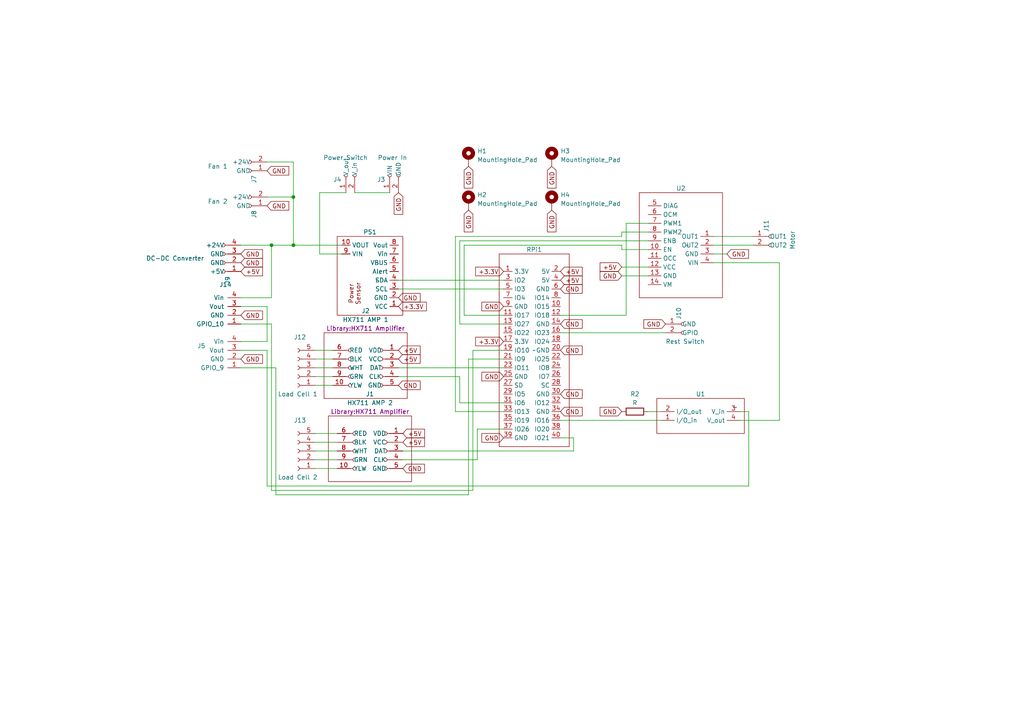
<source format=kicad_sch>
(kicad_sch (version 20230121) (generator eeschema)

  (uuid 07977622-663c-487d-84c0-187aab92e5b5)

  (paper "A4")

  (title_block
    (title "INSIGHT")
    (date "12/25/2024")
    (rev "1")
  )

  (lib_symbols
    (symbol "Conn_01x02_Socket_1" (pin_names (offset 1.016)) (in_bom yes) (on_board yes)
      (property "Reference" "J4" (at -1.27 1.27 90)
        (effects (font (size 1.27 1.27)) (justify left))
      )
      (property "Value" "Power In" (at 5.08 -5.08 90)
        (effects (font (size 1.27 1.27)) (justify left))
      )
      (property "Footprint" "" (at 0 0 0)
        (effects (font (size 1.27 1.27)) hide)
      )
      (property "Datasheet" "~" (at 0 0 0)
        (effects (font (size 1.27 1.27)) hide)
      )
      (property "ki_locked" "" (at 0 0 0)
        (effects (font (size 1.27 1.27)))
      )
      (property "ki_keywords" "connector" (at 0 0 0)
        (effects (font (size 1.27 1.27)) hide)
      )
      (property "ki_description" "Generic connector, single row, 01x02, script generated" (at 0 0 0)
        (effects (font (size 1.27 1.27)) hide)
      )
      (property "ki_fp_filters" "Connector*:*_1x??_*" (at 0 0 0)
        (effects (font (size 1.27 1.27)) hide)
      )
      (symbol "Conn_01x02_Socket_1_1_1"
        (arc (start 0 -2.032) (mid -0.5058 -2.54) (end 0 -3.048)
          (stroke (width 0.1524) (type default))
          (fill (type none))
        )
        (polyline
          (pts
            (xy -1.27 -2.54)
            (xy -0.508 -2.54)
          )
          (stroke (width 0.1524) (type default))
          (fill (type none))
        )
        (polyline
          (pts
            (xy -1.27 0)
            (xy -0.508 0)
          )
          (stroke (width 0.1524) (type default))
          (fill (type none))
        )
        (arc (start 0 0.508) (mid -0.5058 0) (end 0 -0.508)
          (stroke (width 0.1524) (type default))
          (fill (type none))
        )
        (pin output line (at -5.08 0 0) (length 3.81)
          (name "V_out" (effects (font (size 1.27 1.27))))
          (number "1" (effects (font (size 1.27 1.27))))
        )
        (pin input line (at -5.08 -2.54 0) (length 3.81)
          (name "V_in" (effects (font (size 1.27 1.27))))
          (number "2" (effects (font (size 1.27 1.27))))
        )
      )
    )
    (symbol "Conn_01x02_Socket_2" (pin_names (offset 1.016)) (in_bom yes) (on_board yes)
      (property "Reference" "J7" (at -1.27 1.27 90)
        (effects (font (size 1.27 1.27)) (justify left))
      )
      (property "Value" "Fan 1" (at 6.35 -3.81 90)
        (effects (font (size 1.27 1.27)) (justify left))
      )
      (property "Footprint" "" (at 0 0 0)
        (effects (font (size 1.27 1.27)) hide)
      )
      (property "Datasheet" "~" (at 0 0 0)
        (effects (font (size 1.27 1.27)) hide)
      )
      (property "ki_locked" "" (at 0 0 0)
        (effects (font (size 1.27 1.27)))
      )
      (property "ki_keywords" "connector" (at 0 0 0)
        (effects (font (size 1.27 1.27)) hide)
      )
      (property "ki_description" "Generic connector, single row, 01x02, script generated" (at 0 0 0)
        (effects (font (size 1.27 1.27)) hide)
      )
      (property "ki_fp_filters" "Connector*:*_1x??_*" (at 0 0 0)
        (effects (font (size 1.27 1.27)) hide)
      )
      (symbol "Conn_01x02_Socket_2_1_1"
        (arc (start 0 -2.032) (mid -0.5058 -2.54) (end 0 -3.048)
          (stroke (width 0.1524) (type default))
          (fill (type none))
        )
        (polyline
          (pts
            (xy -1.27 -2.54)
            (xy -0.508 -2.54)
          )
          (stroke (width 0.1524) (type default))
          (fill (type none))
        )
        (polyline
          (pts
            (xy -1.27 0)
            (xy -0.508 0)
          )
          (stroke (width 0.1524) (type default))
          (fill (type none))
        )
        (arc (start 0 0.508) (mid -0.5058 0) (end 0 -0.508)
          (stroke (width 0.1524) (type default))
          (fill (type none))
        )
        (pin output line (at -5.08 0 0) (length 3.81)
          (name "GND" (effects (font (size 1.27 1.27))))
          (number "1" (effects (font (size 1.27 1.27))))
        )
        (pin input line (at -5.08 -2.54 0) (length 3.81)
          (name "+24V" (effects (font (size 1.27 1.27))))
          (number "2" (effects (font (size 1.27 1.27))))
        )
      )
    )
    (symbol "Conn_01x02_Socket_3" (pin_names (offset 1.016)) (in_bom yes) (on_board yes)
      (property "Reference" "J10" (at -1.27 1.27 90)
        (effects (font (size 1.27 1.27)) (justify left))
      )
      (property "Value" "Rest Switch" (at 5.08 -6.35 90)
        (effects (font (size 1.27 1.27)) (justify left))
      )
      (property "Footprint" "" (at 0 0 0)
        (effects (font (size 1.27 1.27)) hide)
      )
      (property "Datasheet" "~" (at 0 0 0)
        (effects (font (size 1.27 1.27)) hide)
      )
      (property "ki_locked" "" (at 0 0 0)
        (effects (font (size 1.27 1.27)))
      )
      (property "ki_keywords" "connector" (at 0 0 0)
        (effects (font (size 1.27 1.27)) hide)
      )
      (property "ki_description" "Generic connector, single row, 01x02, script generated" (at 0 0 0)
        (effects (font (size 1.27 1.27)) hide)
      )
      (property "ki_fp_filters" "Connector*:*_1x??_*" (at 0 0 0)
        (effects (font (size 1.27 1.27)) hide)
      )
      (symbol "Conn_01x02_Socket_3_1_1"
        (arc (start 0 -2.032) (mid -0.5058 -2.54) (end 0 -3.048)
          (stroke (width 0.1524) (type default))
          (fill (type none))
        )
        (polyline
          (pts
            (xy -1.27 -2.54)
            (xy -0.508 -2.54)
          )
          (stroke (width 0.1524) (type default))
          (fill (type none))
        )
        (polyline
          (pts
            (xy -1.27 0)
            (xy -0.508 0)
          )
          (stroke (width 0.1524) (type default))
          (fill (type none))
        )
        (arc (start 0 0.508) (mid -0.5058 0) (end 0 -0.508)
          (stroke (width 0.1524) (type default))
          (fill (type none))
        )
        (pin output line (at -5.08 0 0) (length 3.81)
          (name "GND" (effects (font (size 1.27 1.27))))
          (number "1" (effects (font (size 1.27 1.27))))
        )
        (pin input line (at -5.08 -2.54 0) (length 3.81)
          (name "GPIO" (effects (font (size 1.27 1.27))))
          (number "2" (effects (font (size 1.27 1.27))))
        )
      )
    )
    (symbol "Conn_01x02_Socket_4" (pin_names (offset 1.016)) (in_bom yes) (on_board yes)
      (property "Reference" "J11" (at -1.27 1.27 90)
        (effects (font (size 1.27 1.27)) (justify left))
      )
      (property "Value" "Motor" (at 6.35 -3.81 90)
        (effects (font (size 1.27 1.27)) (justify left))
      )
      (property "Footprint" "" (at 0 0 0)
        (effects (font (size 1.27 1.27)) hide)
      )
      (property "Datasheet" "~" (at 0 0 0)
        (effects (font (size 1.27 1.27)) hide)
      )
      (property "ki_locked" "" (at 0 0 0)
        (effects (font (size 1.27 1.27)))
      )
      (property "ki_keywords" "connector" (at 0 0 0)
        (effects (font (size 1.27 1.27)) hide)
      )
      (property "ki_description" "Generic connector, single row, 01x02, script generated" (at 0 0 0)
        (effects (font (size 1.27 1.27)) hide)
      )
      (property "ki_fp_filters" "Connector*:*_1x??_*" (at 0 0 0)
        (effects (font (size 1.27 1.27)) hide)
      )
      (symbol "Conn_01x02_Socket_4_1_1"
        (arc (start 0 -2.032) (mid -0.5058 -2.54) (end 0 -3.048)
          (stroke (width 0.1524) (type default))
          (fill (type none))
        )
        (polyline
          (pts
            (xy -1.27 -2.54)
            (xy -0.508 -2.54)
          )
          (stroke (width 0.1524) (type default))
          (fill (type none))
        )
        (polyline
          (pts
            (xy -1.27 0)
            (xy -0.508 0)
          )
          (stroke (width 0.1524) (type default))
          (fill (type none))
        )
        (arc (start 0 0.508) (mid -0.5058 0) (end 0 -0.508)
          (stroke (width 0.1524) (type default))
          (fill (type none))
        )
        (pin output line (at -5.08 0 0) (length 3.81)
          (name "OUT1" (effects (font (size 1.27 1.27))))
          (number "1" (effects (font (size 1.27 1.27))))
        )
        (pin output line (at -5.08 -2.54 0) (length 3.81)
          (name "OUT2" (effects (font (size 1.27 1.27))))
          (number "2" (effects (font (size 1.27 1.27))))
        )
      )
    )
    (symbol "Conn_01x04_Socket_1" (pin_names (offset 1.016)) (in_bom yes) (on_board yes)
      (property "Reference" "J5" (at -0.635 -8.89 0)
        (effects (font (size 1.27 1.27)))
      )
      (property "Value" "E-Stop 2" (at -6.35 -7.62 0)
        (effects (font (size 1.27 1.27)) hide)
      )
      (property "Footprint" "" (at 0 0 0)
        (effects (font (size 1.27 1.27)) hide)
      )
      (property "Datasheet" "E-Stop 2" (at -2.54 5.08 0)
        (effects (font (size 1.27 1.27)) hide)
      )
      (property "ki_locked" "" (at 0 0 0)
        (effects (font (size 1.27 1.27)))
      )
      (property "ki_keywords" "connector" (at 0 0 0)
        (effects (font (size 1.27 1.27)) hide)
      )
      (property "ki_description" "Generic connector, single row, 01x04, script generated" (at 0 0 0)
        (effects (font (size 1.27 1.27)) hide)
      )
      (property "ki_fp_filters" "Connector*:*_1x??_*" (at 0 0 0)
        (effects (font (size 1.27 1.27)) hide)
      )
      (symbol "Conn_01x04_Socket_1_1_1"
        (pin passive line (at -5.08 2.54 0) (length 3.81)
          (name "GPIO_9" (effects (font (size 1.27 1.27))))
          (number "1" (effects (font (size 1.27 1.27))))
        )
        (pin passive line (at -5.08 0 0) (length 3.81)
          (name "GND" (effects (font (size 1.27 1.27))))
          (number "2" (effects (font (size 1.27 1.27))))
        )
        (pin passive line (at -5.08 -2.54 0) (length 3.81)
          (name "Vout" (effects (font (size 1.27 1.27))))
          (number "3" (effects (font (size 1.27 1.27))))
        )
        (pin passive line (at -5.08 -5.08 0) (length 3.81)
          (name "Vin" (effects (font (size 1.27 1.27))))
          (number "4" (effects (font (size 1.27 1.27))))
        )
      )
    )
    (symbol "Conn_01x04_Socket_2" (pin_names (offset 1.016)) (in_bom yes) (on_board yes)
      (property "Reference" "J14" (at -0.635 -8.89 0)
        (effects (font (size 1.27 1.27)))
      )
      (property "Value" "E-Stop 1" (at -0.635 -6.35 0)
        (effects (font (size 1.27 1.27)) hide)
      )
      (property "Footprint" "Connector_PinSocket_2.54mm:PinSocket_1x04_P2.54mm_Vertical" (at 0 6.35 0)
        (effects (font (size 1.27 1.27)) hide)
      )
      (property "Datasheet" "E-Stop 1" (at 5.08 3.81 0)
        (effects (font (size 1.27 1.27)) hide)
      )
      (property "ki_locked" "" (at 0 0 0)
        (effects (font (size 1.27 1.27)))
      )
      (property "ki_keywords" "connector" (at 0 0 0)
        (effects (font (size 1.27 1.27)) hide)
      )
      (property "ki_description" "Generic connector, single row, 01x04, script generated" (at 0 0 0)
        (effects (font (size 1.27 1.27)) hide)
      )
      (property "ki_fp_filters" "Connector*:*_1x??_*" (at 0 0 0)
        (effects (font (size 1.27 1.27)) hide)
      )
      (symbol "Conn_01x04_Socket_2_1_1"
        (pin passive line (at -5.08 2.54 0) (length 3.81)
          (name "GPIO_10" (effects (font (size 1.27 1.27))))
          (number "1" (effects (font (size 1.27 1.27))))
        )
        (pin passive line (at -5.08 0 0) (length 3.81)
          (name "GND" (effects (font (size 1.27 1.27))))
          (number "2" (effects (font (size 1.27 1.27))))
        )
        (pin passive line (at -5.08 -2.54 0) (length 3.81)
          (name "Vout" (effects (font (size 1.27 1.27))))
          (number "3" (effects (font (size 1.27 1.27))))
        )
        (pin passive line (at -5.08 -5.08 0) (length 3.81)
          (name "Vin" (effects (font (size 1.27 1.27))))
          (number "4" (effects (font (size 1.27 1.27))))
        )
      )
    )
    (symbol "Connector:Conn_01x02_Socket" (pin_names (offset 1.016)) (in_bom yes) (on_board yes)
      (property "Reference" "J3" (at -1.27 1.27 90)
        (effects (font (size 1.27 1.27)) (justify left))
      )
      (property "Value" "Power In" (at -7.62 -5.08 90)
        (effects (font (size 1.27 1.27)) (justify left))
      )
      (property "Footprint" "" (at 0 0 0)
        (effects (font (size 1.27 1.27)) hide)
      )
      (property "Datasheet" "~" (at 0 0 0)
        (effects (font (size 1.27 1.27)) hide)
      )
      (property "ki_locked" "" (at 0 0 0)
        (effects (font (size 1.27 1.27)))
      )
      (property "ki_keywords" "connector" (at 0 0 0)
        (effects (font (size 1.27 1.27)) hide)
      )
      (property "ki_description" "Generic connector, single row, 01x02, script generated" (at 0 0 0)
        (effects (font (size 1.27 1.27)) hide)
      )
      (property "ki_fp_filters" "Connector*:*_1x??_*" (at 0 0 0)
        (effects (font (size 1.27 1.27)) hide)
      )
      (symbol "Conn_01x02_Socket_1_1"
        (arc (start 0 -2.032) (mid -0.5058 -2.54) (end 0 -3.048)
          (stroke (width 0.1524) (type default))
          (fill (type none))
        )
        (polyline
          (pts
            (xy -1.27 -2.54)
            (xy -0.508 -2.54)
          )
          (stroke (width 0.1524) (type default))
          (fill (type none))
        )
        (polyline
          (pts
            (xy -1.27 0)
            (xy -0.508 0)
          )
          (stroke (width 0.1524) (type default))
          (fill (type none))
        )
        (arc (start 0 0.508) (mid -0.5058 0) (end 0 -0.508)
          (stroke (width 0.1524) (type default))
          (fill (type none))
        )
        (pin passive line (at -5.08 0 0) (length 3.81)
          (name "VIN" (effects (font (size 1.27 1.27))))
          (number "1" (effects (font (size 1.27 1.27))))
        )
        (pin passive line (at -5.08 -2.54 0) (length 3.81)
          (name "GND" (effects (font (size 1.27 1.27))))
          (number "2" (effects (font (size 1.27 1.27))))
        )
      )
    )
    (symbol "Connector:Conn_01x04_Socket" (pin_names (offset 1.016)) (in_bom yes) (on_board yes)
      (property "Reference" "J9" (at 2.54 -1.27 90)
        (effects (font (size 1.27 1.27)))
      )
      (property "Value" "DC-DC Converter" (at 5.08 -1.27 90)
        (effects (font (size 1.27 1.27)))
      )
      (property "Footprint" "" (at 0 0 0)
        (effects (font (size 1.27 1.27)) hide)
      )
      (property "Datasheet" "~" (at 0 0 0)
        (effects (font (size 1.27 1.27)) hide)
      )
      (property "ki_locked" "" (at 0 0 0)
        (effects (font (size 1.27 1.27)))
      )
      (property "ki_keywords" "connector" (at 0 0 0)
        (effects (font (size 1.27 1.27)) hide)
      )
      (property "ki_description" "Generic connector, single row, 01x04, script generated" (at 0 0 0)
        (effects (font (size 1.27 1.27)) hide)
      )
      (property "ki_fp_filters" "Connector*:*_1x??_*" (at 0 0 0)
        (effects (font (size 1.27 1.27)) hide)
      )
      (symbol "Conn_01x04_Socket_1_1"
        (arc (start 0 -4.572) (mid -0.5058 -5.08) (end 0 -5.588)
          (stroke (width 0.1524) (type default))
          (fill (type none))
        )
        (arc (start 0 -2.032) (mid -0.5058 -2.54) (end 0 -3.048)
          (stroke (width 0.1524) (type default))
          (fill (type none))
        )
        (polyline
          (pts
            (xy -1.27 -5.08)
            (xy -0.508 -5.08)
          )
          (stroke (width 0.1524) (type default))
          (fill (type none))
        )
        (polyline
          (pts
            (xy -1.27 -2.54)
            (xy -0.508 -2.54)
          )
          (stroke (width 0.1524) (type default))
          (fill (type none))
        )
        (polyline
          (pts
            (xy -1.27 0)
            (xy -0.508 0)
          )
          (stroke (width 0.1524) (type default))
          (fill (type none))
        )
        (polyline
          (pts
            (xy -1.27 2.54)
            (xy -0.508 2.54)
          )
          (stroke (width 0.1524) (type default))
          (fill (type none))
        )
        (arc (start 0 0.508) (mid -0.5058 0) (end 0 -0.508)
          (stroke (width 0.1524) (type default))
          (fill (type none))
        )
        (arc (start 0 3.048) (mid -0.5058 2.54) (end 0 2.032)
          (stroke (width 0.1524) (type default))
          (fill (type none))
        )
        (pin passive line (at -5.08 2.54 0) (length 3.81)
          (name "+5V" (effects (font (size 1.27 1.27))))
          (number "1" (effects (font (size 1.27 1.27))))
        )
        (pin passive line (at -5.08 0 0) (length 3.81)
          (name "GND" (effects (font (size 1.27 1.27))))
          (number "2" (effects (font (size 1.27 1.27))))
        )
        (pin passive line (at -5.08 -2.54 0) (length 3.81)
          (name "GND" (effects (font (size 1.27 1.27))))
          (number "3" (effects (font (size 1.27 1.27))))
        )
        (pin passive line (at -5.08 -5.08 0) (length 3.81)
          (name "+24V" (effects (font (size 1.27 1.27))))
          (number "4" (effects (font (size 1.27 1.27))))
        )
      )
    )
    (symbol "Connector:Conn_01x05_Socket" (pin_names (offset 1.016) hide) (in_bom yes) (on_board yes)
      (property "Reference" "J" (at 0 7.62 0)
        (effects (font (size 1.27 1.27)))
      )
      (property "Value" "Conn_01x05_Socket" (at 0 -7.62 0)
        (effects (font (size 1.27 1.27)))
      )
      (property "Footprint" "" (at 0 0 0)
        (effects (font (size 1.27 1.27)) hide)
      )
      (property "Datasheet" "~" (at 0 0 0)
        (effects (font (size 1.27 1.27)) hide)
      )
      (property "ki_locked" "" (at 0 0 0)
        (effects (font (size 1.27 1.27)))
      )
      (property "ki_keywords" "connector" (at 0 0 0)
        (effects (font (size 1.27 1.27)) hide)
      )
      (property "ki_description" "Generic connector, single row, 01x05, script generated" (at 0 0 0)
        (effects (font (size 1.27 1.27)) hide)
      )
      (property "ki_fp_filters" "Connector*:*_1x??_*" (at 0 0 0)
        (effects (font (size 1.27 1.27)) hide)
      )
      (symbol "Conn_01x05_Socket_1_1"
        (arc (start 0 -4.572) (mid -0.5058 -5.08) (end 0 -5.588)
          (stroke (width 0.1524) (type default))
          (fill (type none))
        )
        (arc (start 0 -2.032) (mid -0.5058 -2.54) (end 0 -3.048)
          (stroke (width 0.1524) (type default))
          (fill (type none))
        )
        (polyline
          (pts
            (xy -1.27 -5.08)
            (xy -0.508 -5.08)
          )
          (stroke (width 0.1524) (type default))
          (fill (type none))
        )
        (polyline
          (pts
            (xy -1.27 -2.54)
            (xy -0.508 -2.54)
          )
          (stroke (width 0.1524) (type default))
          (fill (type none))
        )
        (polyline
          (pts
            (xy -1.27 0)
            (xy -0.508 0)
          )
          (stroke (width 0.1524) (type default))
          (fill (type none))
        )
        (polyline
          (pts
            (xy -1.27 2.54)
            (xy -0.508 2.54)
          )
          (stroke (width 0.1524) (type default))
          (fill (type none))
        )
        (polyline
          (pts
            (xy -1.27 5.08)
            (xy -0.508 5.08)
          )
          (stroke (width 0.1524) (type default))
          (fill (type none))
        )
        (arc (start 0 0.508) (mid -0.5058 0) (end 0 -0.508)
          (stroke (width 0.1524) (type default))
          (fill (type none))
        )
        (arc (start 0 3.048) (mid -0.5058 2.54) (end 0 2.032)
          (stroke (width 0.1524) (type default))
          (fill (type none))
        )
        (arc (start 0 5.588) (mid -0.5058 5.08) (end 0 4.572)
          (stroke (width 0.1524) (type default))
          (fill (type none))
        )
        (pin passive line (at -5.08 5.08 0) (length 3.81)
          (name "Pin_1" (effects (font (size 1.27 1.27))))
          (number "1" (effects (font (size 1.27 1.27))))
        )
        (pin passive line (at -5.08 2.54 0) (length 3.81)
          (name "Pin_2" (effects (font (size 1.27 1.27))))
          (number "2" (effects (font (size 1.27 1.27))))
        )
        (pin passive line (at -5.08 0 0) (length 3.81)
          (name "Pin_3" (effects (font (size 1.27 1.27))))
          (number "3" (effects (font (size 1.27 1.27))))
        )
        (pin passive line (at -5.08 -2.54 0) (length 3.81)
          (name "Pin_4" (effects (font (size 1.27 1.27))))
          (number "4" (effects (font (size 1.27 1.27))))
        )
        (pin passive line (at -5.08 -5.08 0) (length 3.81)
          (name "Pin_5" (effects (font (size 1.27 1.27))))
          (number "5" (effects (font (size 1.27 1.27))))
        )
      )
    )
    (symbol "Device:R" (pin_numbers hide) (pin_names (offset 0)) (in_bom yes) (on_board yes)
      (property "Reference" "R" (at 2.032 0 90)
        (effects (font (size 1.27 1.27)))
      )
      (property "Value" "R" (at 0 0 90)
        (effects (font (size 1.27 1.27)))
      )
      (property "Footprint" "" (at -1.778 0 90)
        (effects (font (size 1.27 1.27)) hide)
      )
      (property "Datasheet" "~" (at 0 0 0)
        (effects (font (size 1.27 1.27)) hide)
      )
      (property "ki_keywords" "R res resistor" (at 0 0 0)
        (effects (font (size 1.27 1.27)) hide)
      )
      (property "ki_description" "Resistor" (at 0 0 0)
        (effects (font (size 1.27 1.27)) hide)
      )
      (property "ki_fp_filters" "R_*" (at 0 0 0)
        (effects (font (size 1.27 1.27)) hide)
      )
      (symbol "R_0_1"
        (rectangle (start -1.016 -2.54) (end 1.016 2.54)
          (stroke (width 0.254) (type default))
          (fill (type none))
        )
      )
      (symbol "R_1_1"
        (pin passive line (at 0 3.81 270) (length 1.27)
          (name "~" (effects (font (size 1.27 1.27))))
          (number "1" (effects (font (size 1.27 1.27))))
        )
        (pin passive line (at 0 -3.81 90) (length 1.27)
          (name "~" (effects (font (size 1.27 1.27))))
          (number "2" (effects (font (size 1.27 1.27))))
        )
      )
    )
    (symbol "HX711_Amplifier_1" (pin_names (offset 1.016)) (in_bom yes) (on_board yes)
      (property "Reference" "J1" (at -0.635 16.51 0)
        (effects (font (size 1.27 1.27)))
      )
      (property "Value" "HX711 AMP" (at -0.635 13.97 0)
        (effects (font (size 1.27 1.27)))
      )
      (property "Footprint" "Library:HX711 Amplifier" (at -0.635 11.43 0)
        (effects (font (size 1.27 1.27)))
      )
      (property "Datasheet" "~" (at -5.08 0 0)
        (effects (font (size 1.27 1.27)) hide)
      )
      (property "ki_keywords" "connector" (at 0 0 0)
        (effects (font (size 1.27 1.27)) hide)
      )
      (property "ki_description" "Generic connector, single row, 01x05, script generated" (at 0 0 0)
        (effects (font (size 1.27 1.27)) hide)
      )
      (property "ki_fp_filters" "Connector*:*_1x??_*" (at 0 0 0)
        (effects (font (size 1.27 1.27)) hide)
      )
      (symbol "HX711_Amplifier_1_1_1"
        (rectangle (start -12.7 10.16) (end 11.43 -8.89)
          (stroke (width 0) (type default))
          (fill (type none))
        )
        (arc (start -5.08 -4.572) (mid -5.5858 -5.08) (end -5.08 -5.588)
          (stroke (width 0.1524) (type default))
          (fill (type none))
        )
        (arc (start -5.08 -2.032) (mid -5.5858 -2.54) (end -5.08 -3.048)
          (stroke (width 0.1524) (type default))
          (fill (type none))
        )
        (arc (start -5.08 0.508) (mid -5.5858 0) (end -5.08 -0.508)
          (stroke (width 0.1524) (type default))
          (fill (type none))
        )
        (arc (start -5.08 3.048) (mid -5.5858 2.54) (end -5.08 2.032)
          (stroke (width 0.1524) (type default))
          (fill (type none))
        )
        (arc (start -5.08 5.588) (mid -5.5858 5.08) (end -5.08 4.572)
          (stroke (width 0.1524) (type default))
          (fill (type none))
        )
        (polyline
          (pts
            (xy -6.35 -5.08)
            (xy -5.588 -5.08)
          )
          (stroke (width 0.1524) (type default))
          (fill (type none))
        )
        (polyline
          (pts
            (xy -6.35 -2.54)
            (xy -5.588 -2.54)
          )
          (stroke (width 0.1524) (type default))
          (fill (type none))
        )
        (polyline
          (pts
            (xy -6.35 0)
            (xy -5.588 0)
          )
          (stroke (width 0.1524) (type default))
          (fill (type none))
        )
        (polyline
          (pts
            (xy -6.35 2.54)
            (xy -5.588 2.54)
          )
          (stroke (width 0.1524) (type default))
          (fill (type none))
        )
        (polyline
          (pts
            (xy -6.35 5.08)
            (xy -5.588 5.08)
          )
          (stroke (width 0.1524) (type default))
          (fill (type none))
        )
        (polyline
          (pts
            (xy 5.08 -5.08)
            (xy 4.318 -5.08)
          )
          (stroke (width 0.1524) (type default))
          (fill (type none))
        )
        (polyline
          (pts
            (xy 5.08 -2.54)
            (xy 4.318 -2.54)
          )
          (stroke (width 0.1524) (type default))
          (fill (type none))
        )
        (polyline
          (pts
            (xy 5.08 0)
            (xy 4.318 0)
          )
          (stroke (width 0.1524) (type default))
          (fill (type none))
        )
        (polyline
          (pts
            (xy 5.08 2.54)
            (xy 4.318 2.54)
          )
          (stroke (width 0.1524) (type default))
          (fill (type none))
        )
        (polyline
          (pts
            (xy 5.08 5.08)
            (xy 4.318 5.08)
          )
          (stroke (width 0.1524) (type default))
          (fill (type none))
        )
        (arc (start 3.81 -5.588) (mid 4.316 -5.08) (end 3.81 -4.572)
          (stroke (width 0.1524) (type default))
          (fill (type none))
        )
        (arc (start 3.81 -3.048) (mid 4.316 -2.54) (end 3.81 -2.032)
          (stroke (width 0.1524) (type default))
          (fill (type none))
        )
        (arc (start 3.81 -0.508) (mid 4.316 0) (end 3.81 0.508)
          (stroke (width 0.1524) (type default))
          (fill (type none))
        )
        (arc (start 3.81 2.032) (mid 4.316 2.54) (end 3.81 3.048)
          (stroke (width 0.1524) (type default))
          (fill (type none))
        )
        (arc (start 3.81 4.572) (mid 4.316 5.08) (end 3.81 5.588)
          (stroke (width 0.1524) (type default))
          (fill (type none))
        )
        (pin input line (at 8.89 5.08 180) (length 3.81)
          (name "VDD" (effects (font (size 1.27 1.27))))
          (number "1" (effects (font (size 1.27 1.27))))
        )
        (pin output line (at -10.16 -5.08 0) (length 3.81)
          (name "YLW" (effects (font (size 1.27 1.27))))
          (number "10" (effects (font (size 1.27 1.27))))
        )
        (pin input line (at 8.89 2.54 180) (length 3.81)
          (name "VCC" (effects (font (size 1.27 1.27))))
          (number "2" (effects (font (size 1.27 1.27))))
        )
        (pin input line (at 8.89 0 180) (length 3.81)
          (name "DAT" (effects (font (size 1.27 1.27))))
          (number "3" (effects (font (size 1.27 1.27))))
        )
        (pin input line (at 8.89 -2.54 180) (length 3.81)
          (name "CLK" (effects (font (size 1.27 1.27))))
          (number "4" (effects (font (size 1.27 1.27))))
        )
        (pin input line (at 8.89 -5.08 180) (length 3.81)
          (name "GND" (effects (font (size 1.27 1.27))))
          (number "5" (effects (font (size 1.27 1.27))))
        )
        (pin output line (at -10.16 5.08 0) (length 3.81)
          (name "RED" (effects (font (size 1.27 1.27))))
          (number "6" (effects (font (size 1.27 1.27))))
        )
        (pin output line (at -10.16 2.54 0) (length 3.81)
          (name "BLK" (effects (font (size 1.27 1.27))))
          (number "7" (effects (font (size 1.27 1.27))))
        )
        (pin output line (at -10.16 0 0) (length 3.81)
          (name "WHT" (effects (font (size 1.27 1.27))))
          (number "8" (effects (font (size 1.27 1.27))))
        )
        (pin output line (at -10.16 -2.54 0) (length 3.81)
          (name "GRN" (effects (font (size 1.27 1.27))))
          (number "9" (effects (font (size 1.27 1.27))))
        )
      )
    )
    (symbol "INSIGHT_Library:HX711_Amplifier" (pin_names (offset 1.016)) (in_bom yes) (on_board yes)
      (property "Reference" "J2" (at -0.635 16.51 0)
        (effects (font (size 1.27 1.27)))
      )
      (property "Value" "HX711 AMP" (at -0.635 13.97 0)
        (effects (font (size 1.27 1.27)))
      )
      (property "Footprint" "Library:HX711 Amplifier" (at -0.635 11.43 0)
        (effects (font (size 1.27 1.27)))
      )
      (property "Datasheet" "~" (at -5.08 0 0)
        (effects (font (size 1.27 1.27)) hide)
      )
      (property "ki_keywords" "connector" (at 0 0 0)
        (effects (font (size 1.27 1.27)) hide)
      )
      (property "ki_description" "Generic connector, single row, 01x05, script generated" (at 0 0 0)
        (effects (font (size 1.27 1.27)) hide)
      )
      (property "ki_fp_filters" "Connector*:*_1x??_*" (at 0 0 0)
        (effects (font (size 1.27 1.27)) hide)
      )
      (symbol "HX711_Amplifier_1_1"
        (rectangle (start -12.7 10.16) (end 11.43 -8.89)
          (stroke (width 0) (type default))
          (fill (type none))
        )
        (arc (start -5.08 -4.572) (mid -5.5858 -5.08) (end -5.08 -5.588)
          (stroke (width 0.1524) (type default))
          (fill (type none))
        )
        (arc (start -5.08 -2.032) (mid -5.5858 -2.54) (end -5.08 -3.048)
          (stroke (width 0.1524) (type default))
          (fill (type none))
        )
        (arc (start -5.08 0.508) (mid -5.5858 0) (end -5.08 -0.508)
          (stroke (width 0.1524) (type default))
          (fill (type none))
        )
        (arc (start -5.08 3.048) (mid -5.5858 2.54) (end -5.08 2.032)
          (stroke (width 0.1524) (type default))
          (fill (type none))
        )
        (arc (start -5.08 5.588) (mid -5.5858 5.08) (end -5.08 4.572)
          (stroke (width 0.1524) (type default))
          (fill (type none))
        )
        (polyline
          (pts
            (xy -6.35 -5.08)
            (xy -5.588 -5.08)
          )
          (stroke (width 0.1524) (type default))
          (fill (type none))
        )
        (polyline
          (pts
            (xy -6.35 -2.54)
            (xy -5.588 -2.54)
          )
          (stroke (width 0.1524) (type default))
          (fill (type none))
        )
        (polyline
          (pts
            (xy -6.35 0)
            (xy -5.588 0)
          )
          (stroke (width 0.1524) (type default))
          (fill (type none))
        )
        (polyline
          (pts
            (xy -6.35 2.54)
            (xy -5.588 2.54)
          )
          (stroke (width 0.1524) (type default))
          (fill (type none))
        )
        (polyline
          (pts
            (xy -6.35 5.08)
            (xy -5.588 5.08)
          )
          (stroke (width 0.1524) (type default))
          (fill (type none))
        )
        (polyline
          (pts
            (xy 5.08 -5.08)
            (xy 4.318 -5.08)
          )
          (stroke (width 0.1524) (type default))
          (fill (type none))
        )
        (polyline
          (pts
            (xy 5.08 -2.54)
            (xy 4.318 -2.54)
          )
          (stroke (width 0.1524) (type default))
          (fill (type none))
        )
        (polyline
          (pts
            (xy 5.08 0)
            (xy 4.318 0)
          )
          (stroke (width 0.1524) (type default))
          (fill (type none))
        )
        (polyline
          (pts
            (xy 5.08 2.54)
            (xy 4.318 2.54)
          )
          (stroke (width 0.1524) (type default))
          (fill (type none))
        )
        (polyline
          (pts
            (xy 5.08 5.08)
            (xy 4.318 5.08)
          )
          (stroke (width 0.1524) (type default))
          (fill (type none))
        )
        (arc (start 3.81 -5.588) (mid 4.316 -5.08) (end 3.81 -4.572)
          (stroke (width 0.1524) (type default))
          (fill (type none))
        )
        (arc (start 3.81 -3.048) (mid 4.316 -2.54) (end 3.81 -2.032)
          (stroke (width 0.1524) (type default))
          (fill (type none))
        )
        (arc (start 3.81 -0.508) (mid 4.316 0) (end 3.81 0.508)
          (stroke (width 0.1524) (type default))
          (fill (type none))
        )
        (arc (start 3.81 2.032) (mid 4.316 2.54) (end 3.81 3.048)
          (stroke (width 0.1524) (type default))
          (fill (type none))
        )
        (arc (start 3.81 4.572) (mid 4.316 5.08) (end 3.81 5.588)
          (stroke (width 0.1524) (type default))
          (fill (type none))
        )
        (pin input line (at 8.89 5.08 180) (length 3.81)
          (name "VDD" (effects (font (size 1.27 1.27))))
          (number "1" (effects (font (size 1.27 1.27))))
        )
        (pin output line (at -10.16 -5.08 0) (length 3.81)
          (name "YLW" (effects (font (size 1.27 1.27))))
          (number "10" (effects (font (size 1.27 1.27))))
        )
        (pin input line (at 8.89 2.54 180) (length 3.81)
          (name "VCC" (effects (font (size 1.27 1.27))))
          (number "2" (effects (font (size 1.27 1.27))))
        )
        (pin input line (at 8.89 0 180) (length 3.81)
          (name "DAT" (effects (font (size 1.27 1.27))))
          (number "3" (effects (font (size 1.27 1.27))))
        )
        (pin input line (at 8.89 -2.54 180) (length 3.81)
          (name "CLK" (effects (font (size 1.27 1.27))))
          (number "4" (effects (font (size 1.27 1.27))))
        )
        (pin input line (at 8.89 -5.08 180) (length 3.81)
          (name "GND" (effects (font (size 1.27 1.27))))
          (number "5" (effects (font (size 1.27 1.27))))
        )
        (pin output line (at -10.16 5.08 0) (length 3.81)
          (name "RED" (effects (font (size 1.27 1.27))))
          (number "6" (effects (font (size 1.27 1.27))))
        )
        (pin output line (at -10.16 2.54 0) (length 3.81)
          (name "BLK" (effects (font (size 1.27 1.27))))
          (number "7" (effects (font (size 1.27 1.27))))
        )
        (pin output line (at -10.16 0 0) (length 3.81)
          (name "WHT" (effects (font (size 1.27 1.27))))
          (number "8" (effects (font (size 1.27 1.27))))
        )
        (pin output line (at -10.16 -2.54 0) (length 3.81)
          (name "GRN" (effects (font (size 1.27 1.27))))
          (number "9" (effects (font (size 1.27 1.27))))
        )
      )
    )
    (symbol "INSIGHT_Library:MOSFET_Relay" (in_bom yes) (on_board yes)
      (property "Reference" "U" (at 10.16 6.35 0)
        (effects (font (size 1.27 1.27)))
      )
      (property "Value" "" (at 0 0 0)
        (effects (font (size 1.27 1.27)))
      )
      (property "Footprint" "" (at 0 0 0)
        (effects (font (size 1.27 1.27)) hide)
      )
      (property "Datasheet" "" (at 0 0 0)
        (effects (font (size 1.27 1.27)) hide)
      )
      (symbol "MOSFET_Relay_0_1"
        (rectangle (start -2.54 7.62) (end 22.86 -2.54)
          (stroke (width 0) (type default))
          (fill (type none))
        )
      )
      (symbol "MOSFET_Relay_1_1"
        (pin input line (at 21.59 3.81 180) (length 3.81)
          (name "I/O_in" (effects (font (size 1.27 1.27))))
          (number "1" (effects (font (size 1.27 1.27))))
        )
        (pin output line (at 21.59 1.27 180) (length 3.81)
          (name "I/O_out" (effects (font (size 1.27 1.27))))
          (number "2" (effects (font (size 1.27 1.27))))
        )
        (pin input line (at -1.27 1.27 0) (length 3.81)
          (name "V_in" (effects (font (size 1.27 1.27))))
          (number "3" (effects (font (size 1.27 1.27))))
        )
        (pin output line (at -1.27 3.81 0) (length 3.81)
          (name "V_out" (effects (font (size 1.27 1.27))))
          (number "4" (effects (font (size 1.27 1.27))))
        )
      )
    )
    (symbol "INSIGHT_Library:Motor_Driver" (in_bom yes) (on_board yes)
      (property "Reference" "U" (at 0 7.62 0)
        (effects (font (size 1.27 1.27)))
      )
      (property "Value" "" (at 0 0 0)
        (effects (font (size 1.27 1.27)))
      )
      (property "Footprint" "" (at 0 0 0)
        (effects (font (size 1.27 1.27)) hide)
      )
      (property "Datasheet" "" (at 0 0 0)
        (effects (font (size 1.27 1.27)) hide)
      )
      (symbol "Motor_Driver_1_1"
        (rectangle (start -10.16 15.24) (end 13.97 -15.24)
          (stroke (width 0) (type default))
          (fill (type none))
        )
        (pin output line (at -7.62 2.54 0) (length 3.81)
          (name "OUT1" (effects (font (size 1.27 1.27))))
          (number "1" (effects (font (size 1.27 1.27))))
        )
        (pin input line (at 11.43 -1.27 180) (length 3.81)
          (name "EN" (effects (font (size 1.27 1.27))))
          (number "10" (effects (font (size 1.27 1.27))))
        )
        (pin input line (at 11.43 -3.81 180) (length 3.81)
          (name "OCC" (effects (font (size 1.27 1.27))))
          (number "11" (effects (font (size 1.27 1.27))))
        )
        (pin input line (at 11.43 -6.35 180) (length 3.81)
          (name "VCC" (effects (font (size 1.27 1.27))))
          (number "12" (effects (font (size 1.27 1.27))))
        )
        (pin input line (at 11.43 -8.89 180) (length 3.81)
          (name "GND" (effects (font (size 1.27 1.27))))
          (number "13" (effects (font (size 1.27 1.27))))
        )
        (pin input line (at 11.43 -11.43 180) (length 3.81)
          (name "VM" (effects (font (size 1.27 1.27))))
          (number "14" (effects (font (size 1.27 1.27))))
        )
        (pin output line (at -7.62 0 0) (length 3.81)
          (name "OUT2" (effects (font (size 1.27 1.27))))
          (number "2" (effects (font (size 1.27 1.27))))
        )
        (pin output line (at -7.62 -2.54 0) (length 3.81)
          (name "GND" (effects (font (size 1.27 1.27))))
          (number "3" (effects (font (size 1.27 1.27))))
        )
        (pin output line (at -7.62 -5.08 0) (length 3.81)
          (name "VIN" (effects (font (size 1.27 1.27))))
          (number "4" (effects (font (size 1.27 1.27))))
        )
        (pin input line (at 11.43 11.43 180) (length 3.81)
          (name "DIAG" (effects (font (size 1.27 1.27))))
          (number "5" (effects (font (size 1.27 1.27))))
        )
        (pin input line (at 11.43 8.89 180) (length 3.81)
          (name "OCM" (effects (font (size 1.27 1.27))))
          (number "6" (effects (font (size 1.27 1.27))))
        )
        (pin input line (at 11.43 6.35 180) (length 3.81)
          (name "PWM1" (effects (font (size 1.27 1.27))))
          (number "7" (effects (font (size 1.27 1.27))))
        )
        (pin input line (at 11.43 3.81 180) (length 3.81)
          (name "PWM2" (effects (font (size 1.27 1.27))))
          (number "8" (effects (font (size 1.27 1.27))))
        )
        (pin input line (at 11.43 1.27 180) (length 3.81)
          (name "ENB" (effects (font (size 1.27 1.27))))
          (number "9" (effects (font (size 1.27 1.27))))
        )
      )
    )
    (symbol "INSIGHT_Library:Power_Sensor" (in_bom yes) (on_board yes)
      (property "Reference" "PS" (at -7.62 10.16 0)
        (effects (font (size 1.27 1.27)))
      )
      (property "Value" "" (at -1.27 -2.54 0)
        (effects (font (size 1.27 1.27)))
      )
      (property "Footprint" "" (at -1.27 -2.54 0)
        (effects (font (size 1.27 1.27)) hide)
      )
      (property "Datasheet" "" (at -1.27 -2.54 0)
        (effects (font (size 1.27 1.27)) hide)
      )
      (symbol "Power_Sensor_1_1"
        (rectangle (start -11.43 8.89) (end 11.43 -10.16)
          (stroke (width 0) (type default))
          (fill (type none))
        )
        (text "Power\nSensor" (at -5.08 3.81 0)
          (effects (font (size 1.27 1.27)))
        )
        (pin input line (at -8.89 -8.89 90) (length 2.54)
          (name "VCC" (effects (font (size 1.27 1.27))))
          (number "1" (effects (font (size 1.27 1.27))))
        )
        (pin output line (at 8.89 7.62 270) (length 2.54)
          (name "VOUT" (effects (font (size 1.27 1.27))))
          (number "10" (effects (font (size 1.27 1.27))))
        )
        (pin output line (at -6.35 -8.89 90) (length 2.54)
          (name "GND" (effects (font (size 1.27 1.27))))
          (number "2" (effects (font (size 1.27 1.27))))
        )
        (pin input line (at -3.81 -8.89 90) (length 2.54)
          (name "SCL" (effects (font (size 1.27 1.27))))
          (number "3" (effects (font (size 1.27 1.27))))
        )
        (pin input line (at -1.27 -8.89 90) (length 2.54)
          (name "SDA" (effects (font (size 1.27 1.27))))
          (number "4" (effects (font (size 1.27 1.27))))
        )
        (pin input line (at 1.27 -8.89 90) (length 2.54)
          (name "Alert" (effects (font (size 1.27 1.27))))
          (number "5" (effects (font (size 1.27 1.27))))
        )
        (pin input line (at 3.81 -8.89 90) (length 2.54)
          (name "VBUS" (effects (font (size 1.27 1.27))))
          (number "6" (effects (font (size 1.27 1.27))))
        )
        (pin input line (at 6.35 -8.89 90) (length 2.54)
          (name "Vin" (effects (font (size 1.27 1.27))))
          (number "7" (effects (font (size 1.27 1.27))))
        )
        (pin output line (at 8.89 -8.89 90) (length 2.54)
          (name "Vout" (effects (font (size 1.27 1.27))))
          (number "8" (effects (font (size 1.27 1.27))))
        )
        (pin input line (at 6.35 7.62 270) (length 2.54)
          (name "VIN" (effects (font (size 1.27 1.27))))
          (number "9" (effects (font (size 1.27 1.27))))
        )
      )
    )
    (symbol "INSIGHT_Library:Raspberry_Pi_Model_4B" (in_bom yes) (on_board yes)
      (property "Reference" "RPi" (at 0 26.67 0)
        (effects (font (size 1.27 1.27)))
      )
      (property "Value" "" (at 0 1.27 0)
        (effects (font (size 1.27 1.27)))
      )
      (property "Footprint" "" (at 0 1.27 0)
        (effects (font (size 1.27 1.27)) hide)
      )
      (property "Datasheet" "" (at 0 1.27 0)
        (effects (font (size 1.27 1.27)) hide)
      )
      (symbol "Raspberry_Pi_Model_4B_0_1"
        (rectangle (start -10.16 29.21) (end 10.16 -26.67)
          (stroke (width 0) (type default))
          (fill (type none))
        )
      )
      (symbol "Raspberry_Pi_Model_4B_1_1"
        (pin output line (at -8.89 24.13 0) (length 2.54)
          (name "3.3V" (effects (font (size 1.27 1.27))))
          (number "1" (effects (font (size 1.27 1.27))))
        )
        (pin output line (at 7.62 13.97 180) (length 2.54)
          (name "IO15" (effects (font (size 1.27 1.27))))
          (number "10" (effects (font (size 1.27 1.27))))
        )
        (pin output line (at -8.89 11.43 0) (length 2.54)
          (name "IO17" (effects (font (size 1.27 1.27))))
          (number "11" (effects (font (size 1.27 1.27))))
        )
        (pin output line (at 7.62 11.43 180) (length 2.54)
          (name "IO18" (effects (font (size 1.27 1.27))))
          (number "12" (effects (font (size 1.27 1.27))))
        )
        (pin output line (at -8.89 8.89 0) (length 2.54)
          (name "IO27" (effects (font (size 1.27 1.27))))
          (number "13" (effects (font (size 1.27 1.27))))
        )
        (pin output line (at 7.62 8.89 180) (length 2.54)
          (name "GND" (effects (font (size 1.27 1.27))))
          (number "14" (effects (font (size 1.27 1.27))))
        )
        (pin output line (at -8.89 6.35 0) (length 2.54)
          (name "IO22" (effects (font (size 1.27 1.27))))
          (number "15" (effects (font (size 1.27 1.27))))
        )
        (pin output line (at 7.62 6.35 180) (length 2.54)
          (name "IO23" (effects (font (size 1.27 1.27))))
          (number "16" (effects (font (size 1.27 1.27))))
        )
        (pin output line (at -8.89 3.81 0) (length 2.54)
          (name "3.3V" (effects (font (size 1.27 1.27))))
          (number "17" (effects (font (size 1.27 1.27))))
        )
        (pin output line (at 7.62 3.81 180) (length 2.54)
          (name "IO24" (effects (font (size 1.27 1.27))))
          (number "18" (effects (font (size 1.27 1.27))))
        )
        (pin output line (at -8.89 1.27 0) (length 2.54)
          (name "IO10" (effects (font (size 1.27 1.27))))
          (number "19" (effects (font (size 1.27 1.27))))
        )
        (pin output line (at 7.62 24.13 180) (length 2.54)
          (name "5V" (effects (font (size 1.27 1.27))))
          (number "2" (effects (font (size 1.27 1.27))))
        )
        (pin output line (at 7.62 1.27 180) (length 2.54)
          (name "GND" (effects (font (size 1.27 1.27))))
          (number "20" (effects (font (size 1.27 1.27))))
        )
        (pin output line (at -8.89 -1.27 0) (length 2.54)
          (name "IO9" (effects (font (size 1.27 1.27))))
          (number "21" (effects (font (size 1.27 1.27))))
        )
        (pin output line (at 7.62 -1.27 180) (length 2.54)
          (name "IO25" (effects (font (size 1.27 1.27))))
          (number "22" (effects (font (size 1.27 1.27))))
        )
        (pin output line (at -8.89 -3.81 0) (length 2.54)
          (name "IO11" (effects (font (size 1.27 1.27))))
          (number "23" (effects (font (size 1.27 1.27))))
        )
        (pin output line (at 7.62 -3.81 180) (length 2.54)
          (name "IO8" (effects (font (size 1.27 1.27))))
          (number "24" (effects (font (size 1.27 1.27))))
        )
        (pin output line (at -8.89 -6.35 0) (length 2.54)
          (name "GND" (effects (font (size 1.27 1.27))))
          (number "25" (effects (font (size 1.27 1.27))))
        )
        (pin output line (at 7.62 -6.35 180) (length 2.54)
          (name "IO7" (effects (font (size 1.27 1.27))))
          (number "26" (effects (font (size 1.27 1.27))))
        )
        (pin output line (at -8.89 -8.89 0) (length 2.54)
          (name "SD" (effects (font (size 1.27 1.27))))
          (number "27" (effects (font (size 1.27 1.27))))
        )
        (pin output line (at 7.62 -8.89 180) (length 2.54)
          (name "SC" (effects (font (size 1.27 1.27))))
          (number "28" (effects (font (size 1.27 1.27))))
        )
        (pin output line (at -8.89 -11.43 0) (length 2.54)
          (name "IO5" (effects (font (size 1.27 1.27))))
          (number "29" (effects (font (size 1.27 1.27))))
        )
        (pin output line (at -8.89 21.59 0) (length 2.54)
          (name "IO2" (effects (font (size 1.27 1.27))))
          (number "3" (effects (font (size 1.27 1.27))))
        )
        (pin output line (at 7.62 -11.43 180) (length 2.54)
          (name "GND" (effects (font (size 1.27 1.27))))
          (number "30" (effects (font (size 1.27 1.27))))
        )
        (pin output line (at -8.89 -13.97 0) (length 2.54)
          (name "IO6" (effects (font (size 1.27 1.27))))
          (number "31" (effects (font (size 1.27 1.27))))
        )
        (pin output line (at 7.62 -13.97 180) (length 2.54)
          (name "IO12" (effects (font (size 1.27 1.27))))
          (number "32" (effects (font (size 1.27 1.27))))
        )
        (pin output line (at -8.89 -16.51 0) (length 2.54)
          (name "IO13" (effects (font (size 1.27 1.27))))
          (number "33" (effects (font (size 1.27 1.27))))
        )
        (pin output line (at 7.62 -16.51 180) (length 2.54)
          (name "GND" (effects (font (size 1.27 1.27))))
          (number "34" (effects (font (size 1.27 1.27))))
        )
        (pin output line (at -8.89 -19.05 0) (length 2.54)
          (name "IO19" (effects (font (size 1.27 1.27))))
          (number "35" (effects (font (size 1.27 1.27))))
        )
        (pin output line (at 7.62 -19.05 180) (length 2.54)
          (name "IO16" (effects (font (size 1.27 1.27))))
          (number "36" (effects (font (size 1.27 1.27))))
        )
        (pin output line (at -8.89 -21.59 0) (length 2.54)
          (name "IO26" (effects (font (size 1.27 1.27))))
          (number "37" (effects (font (size 1.27 1.27))))
        )
        (pin output line (at 7.62 -21.59 180) (length 2.54)
          (name "IO20" (effects (font (size 1.27 1.27))))
          (number "38" (effects (font (size 1.27 1.27))))
        )
        (pin output line (at -8.89 -24.13 0) (length 2.54)
          (name "GND" (effects (font (size 1.27 1.27))))
          (number "39" (effects (font (size 1.27 1.27))))
        )
        (pin output line (at 7.62 21.59 180) (length 2.54)
          (name "5V" (effects (font (size 1.27 1.27))))
          (number "4" (effects (font (size 1.27 1.27))))
        )
        (pin output line (at 7.62 -24.13 180) (length 2.54)
          (name "IO21" (effects (font (size 1.27 1.27))))
          (number "40" (effects (font (size 1.27 1.27))))
        )
        (pin output line (at -8.89 19.05 0) (length 2.54)
          (name "IO3" (effects (font (size 1.27 1.27))))
          (number "5" (effects (font (size 1.27 1.27))))
        )
        (pin output line (at 7.62 19.05 180) (length 2.54)
          (name "GND" (effects (font (size 1.27 1.27))))
          (number "6" (effects (font (size 1.27 1.27))))
        )
        (pin output line (at -8.89 16.51 0) (length 2.54)
          (name "IO4" (effects (font (size 1.27 1.27))))
          (number "7" (effects (font (size 1.27 1.27))))
        )
        (pin output line (at 7.62 16.51 180) (length 2.54)
          (name "IO14" (effects (font (size 1.27 1.27))))
          (number "8" (effects (font (size 1.27 1.27))))
        )
        (pin output line (at -8.89 13.97 0) (length 2.54)
          (name "GND" (effects (font (size 1.27 1.27))))
          (number "9" (effects (font (size 1.27 1.27))))
        )
      )
    )
    (symbol "Mechanical:MountingHole_Pad" (pin_numbers hide) (pin_names (offset 1.016) hide) (in_bom yes) (on_board yes)
      (property "Reference" "H" (at 0 6.35 0)
        (effects (font (size 1.27 1.27)))
      )
      (property "Value" "MountingHole_Pad" (at 0 4.445 0)
        (effects (font (size 1.27 1.27)))
      )
      (property "Footprint" "" (at 0 0 0)
        (effects (font (size 1.27 1.27)) hide)
      )
      (property "Datasheet" "~" (at 0 0 0)
        (effects (font (size 1.27 1.27)) hide)
      )
      (property "ki_keywords" "mounting hole" (at 0 0 0)
        (effects (font (size 1.27 1.27)) hide)
      )
      (property "ki_description" "Mounting Hole with connection" (at 0 0 0)
        (effects (font (size 1.27 1.27)) hide)
      )
      (property "ki_fp_filters" "MountingHole*Pad*" (at 0 0 0)
        (effects (font (size 1.27 1.27)) hide)
      )
      (symbol "MountingHole_Pad_0_1"
        (circle (center 0 1.27) (radius 1.27)
          (stroke (width 1.27) (type default))
          (fill (type none))
        )
      )
      (symbol "MountingHole_Pad_1_1"
        (pin input line (at 0 -2.54 90) (length 2.54)
          (name "1" (effects (font (size 1.27 1.27))))
          (number "1" (effects (font (size 1.27 1.27))))
        )
      )
    )
  )

  (junction (at 85.09 57.15) (diameter 0) (color 0 0 0 0)
    (uuid 44a77f06-f19e-47a6-ba01-7021d00b9c3b)
  )
  (junction (at 85.09 71.12) (diameter 0) (color 0 0 0 0)
    (uuid 6626dd3e-c2d8-44bf-b3a3-f7d0b57e3ee4)
  )
  (junction (at 78.74 71.12) (diameter 0) (color 0 0 0 0)
    (uuid fce773bc-d3b1-4785-a0b9-0c370756623d)
  )

  (wire (pts (xy 85.09 57.15) (xy 85.09 71.12))
    (stroke (width 0) (type default))
    (uuid 0092417c-21bc-445b-944d-bf746efa3f7b)
  )
  (wire (pts (xy 77.47 99.06) (xy 69.85 99.06))
    (stroke (width 0) (type default))
    (uuid 00ded7a1-1979-48c3-adca-0c18b386681a)
  )
  (wire (pts (xy 91.44 111.76) (xy 96.52 111.76))
    (stroke (width 0) (type default))
    (uuid 01add3d2-4c67-405a-96f7-d40169cdc164)
  )
  (wire (pts (xy 77.47 88.9) (xy 77.47 99.06))
    (stroke (width 0) (type default))
    (uuid 06c49f41-1907-4894-84c0-92e7d8be7d1b)
  )
  (wire (pts (xy 135.89 143.51) (xy 135.89 104.14))
    (stroke (width 0) (type default))
    (uuid 0826dc6f-6705-4c0c-85d0-38b246a21ed3)
  )
  (wire (pts (xy 166.37 127) (xy 166.37 130.81))
    (stroke (width 0) (type default))
    (uuid 0cd1bff3-8b3c-4a88-bfb6-85d6fcf6a62e)
  )
  (wire (pts (xy 146.05 91.44) (xy 134.62 91.44))
    (stroke (width 0) (type default))
    (uuid 0de90bec-48db-4ff0-a6d5-37ffd28a8809)
  )
  (wire (pts (xy 133.35 116.84) (xy 133.35 109.22))
    (stroke (width 0) (type default))
    (uuid 1189c75e-6f61-4ec4-a011-b3ed0d95a451)
  )
  (wire (pts (xy 115.57 106.68) (xy 146.05 106.68))
    (stroke (width 0) (type default))
    (uuid 12669ae0-e5e1-4ba5-9747-60eda34309e4)
  )
  (wire (pts (xy 226.06 121.92) (xy 226.06 76.2))
    (stroke (width 0) (type default))
    (uuid 132ec37e-535d-4325-93a1-c5af6b402c65)
  )
  (wire (pts (xy 69.85 86.36) (xy 78.74 86.36))
    (stroke (width 0) (type default))
    (uuid 1763b735-7c81-49d1-87da-5b74af6b993c)
  )
  (wire (pts (xy 133.35 69.85) (xy 187.96 69.85))
    (stroke (width 0) (type default))
    (uuid 20610330-7ac7-46ef-b19a-457eb7b6820a)
  )
  (wire (pts (xy 217.17 119.38) (xy 217.17 140.97))
    (stroke (width 0) (type default))
    (uuid 220e0a58-929d-431d-9ad4-d4112aabf9c3)
  )
  (wire (pts (xy 162.56 96.52) (xy 193.04 96.52))
    (stroke (width 0) (type default))
    (uuid 2298e97b-a25e-4ccb-835c-49f2ef4a8495)
  )
  (wire (pts (xy 69.85 93.98) (xy 78.74 93.98))
    (stroke (width 0) (type default))
    (uuid 270911f9-9386-4c7c-b543-268894b79122)
  )
  (wire (pts (xy 207.01 68.58) (xy 218.44 68.58))
    (stroke (width 0) (type default))
    (uuid 284d93b7-20e0-4818-b991-0ad1a9e93e49)
  )
  (wire (pts (xy 134.62 91.44) (xy 134.62 71.12))
    (stroke (width 0) (type default))
    (uuid 2b032fca-be95-49c9-918b-6a41d59103e6)
  )
  (wire (pts (xy 80.01 106.68) (xy 80.01 143.51))
    (stroke (width 0) (type default))
    (uuid 2b955c60-76fa-45c4-bb66-b3db6875a25b)
  )
  (wire (pts (xy 69.85 106.68) (xy 80.01 106.68))
    (stroke (width 0) (type default))
    (uuid 302764ed-d8d2-48a9-b079-9b0f8bef2a32)
  )
  (wire (pts (xy 180.34 68.58) (xy 180.34 67.31))
    (stroke (width 0) (type default))
    (uuid 35b264fd-094b-4297-8e88-0a09bd326824)
  )
  (wire (pts (xy 91.44 106.68) (xy 96.52 106.68))
    (stroke (width 0) (type default))
    (uuid 434917ed-2318-44ee-80b0-4b688a4ecf68)
  )
  (wire (pts (xy 137.16 142.24) (xy 137.16 101.6))
    (stroke (width 0) (type default))
    (uuid 43789a62-ad2b-4161-adce-0257a2e15c31)
  )
  (wire (pts (xy 187.96 119.38) (xy 191.77 119.38))
    (stroke (width 0) (type default))
    (uuid 439ef52a-300a-480e-8c10-05bcba0b0db0)
  )
  (wire (pts (xy 92.71 73.66) (xy 99.06 73.66))
    (stroke (width 0) (type default))
    (uuid 4e7de12d-0dbd-476c-add0-bf24c9d2210b)
  )
  (wire (pts (xy 91.44 104.14) (xy 96.52 104.14))
    (stroke (width 0) (type default))
    (uuid 4f5fd0a5-7c91-4466-a725-e162aadd4af1)
  )
  (wire (pts (xy 78.74 71.12) (xy 78.74 86.36))
    (stroke (width 0) (type default))
    (uuid 5371f019-d57b-4089-b289-7d6077980a86)
  )
  (wire (pts (xy 78.74 71.12) (xy 85.09 71.12))
    (stroke (width 0) (type default))
    (uuid 559d2b3a-e04d-452c-8bc3-20cb411fc6ad)
  )
  (wire (pts (xy 162.56 127) (xy 166.37 127))
    (stroke (width 0) (type default))
    (uuid 5772e135-afad-43c4-b2cc-bc3db7950dcf)
  )
  (wire (pts (xy 115.57 83.82) (xy 146.05 83.82))
    (stroke (width 0) (type default))
    (uuid 5916feae-ddd5-4965-ad68-e13fe61cf50a)
  )
  (wire (pts (xy 85.09 46.99) (xy 85.09 57.15))
    (stroke (width 0) (type default))
    (uuid 59b2100f-37a4-473e-97b6-534959990d6b)
  )
  (wire (pts (xy 226.06 76.2) (xy 207.01 76.2))
    (stroke (width 0) (type default))
    (uuid 59f1b047-720d-40d2-8aad-dd8f1bb0cee0)
  )
  (wire (pts (xy 180.34 72.39) (xy 187.96 72.39))
    (stroke (width 0) (type default))
    (uuid 63a07e08-14d8-47df-9253-fde6fd9327c2)
  )
  (wire (pts (xy 85.09 71.12) (xy 99.06 71.12))
    (stroke (width 0) (type default))
    (uuid 6798535b-62de-495c-aac3-1ae90a46c20f)
  )
  (wire (pts (xy 116.84 130.81) (xy 166.37 130.81))
    (stroke (width 0) (type default))
    (uuid 735a53f7-f3d1-4d84-8a53-dc7101389b59)
  )
  (wire (pts (xy 181.61 64.77) (xy 187.96 64.77))
    (stroke (width 0) (type default))
    (uuid 75a29cef-82bc-4b58-8e2c-f5ad98ebce38)
  )
  (wire (pts (xy 80.01 143.51) (xy 135.89 143.51))
    (stroke (width 0) (type default))
    (uuid 7833373f-9e55-424c-9b0c-ac9a005e252f)
  )
  (wire (pts (xy 180.34 67.31) (xy 187.96 67.31))
    (stroke (width 0) (type default))
    (uuid 79a5c20a-0a46-400d-9b6d-edcc3a418e9c)
  )
  (wire (pts (xy 78.74 142.24) (xy 137.16 142.24))
    (stroke (width 0) (type default))
    (uuid 7e6670e2-5615-4003-b4ba-5d9c80d05593)
  )
  (wire (pts (xy 207.01 71.12) (xy 218.44 71.12))
    (stroke (width 0) (type default))
    (uuid 81181434-17b3-4b7b-ae47-07392d6ea57d)
  )
  (wire (pts (xy 91.44 125.73) (xy 97.79 125.73))
    (stroke (width 0) (type default))
    (uuid 8c9d7eea-ffe2-4b2f-babf-3df6c3e45cbc)
  )
  (wire (pts (xy 69.85 71.12) (xy 78.74 71.12))
    (stroke (width 0) (type default))
    (uuid 906107e4-c520-437e-a798-f37c1ba13300)
  )
  (wire (pts (xy 78.74 93.98) (xy 78.74 142.24))
    (stroke (width 0) (type default))
    (uuid 90ae74b8-efcc-4b95-a819-259d0b6e353c)
  )
  (wire (pts (xy 181.61 91.44) (xy 181.61 64.77))
    (stroke (width 0) (type default))
    (uuid 90ff92e2-2705-45f7-9f73-4ee295a55686)
  )
  (wire (pts (xy 180.34 71.12) (xy 180.34 72.39))
    (stroke (width 0) (type default))
    (uuid 91e0a32b-c249-44da-9f1e-530852aaf805)
  )
  (wire (pts (xy 116.84 133.35) (xy 138.43 133.35))
    (stroke (width 0) (type default))
    (uuid 91f20491-fb5b-4684-be53-85ff155786fd)
  )
  (wire (pts (xy 91.44 135.89) (xy 97.79 135.89))
    (stroke (width 0) (type default))
    (uuid 927aba7f-7ed2-46b4-837d-e8a3bd515866)
  )
  (wire (pts (xy 77.47 46.99) (xy 85.09 46.99))
    (stroke (width 0) (type default))
    (uuid 97e4eb84-97f0-4378-be6a-32d646ef3033)
  )
  (wire (pts (xy 100.33 55.88) (xy 92.71 55.88))
    (stroke (width 0) (type default))
    (uuid 984480d0-e4b9-4ed3-b383-8cb0d44cbbc5)
  )
  (wire (pts (xy 69.85 101.6) (xy 77.47 101.6))
    (stroke (width 0) (type default))
    (uuid 9ae194a8-d7ff-4cbb-bb08-224310f89685)
  )
  (wire (pts (xy 91.44 128.27) (xy 97.79 128.27))
    (stroke (width 0) (type default))
    (uuid 9bb864c7-161d-4f16-9a1c-38cb27d8e454)
  )
  (wire (pts (xy 133.35 109.22) (xy 115.57 109.22))
    (stroke (width 0) (type default))
    (uuid 9de1b5ee-1f73-4f46-b810-952159538bec)
  )
  (wire (pts (xy 137.16 101.6) (xy 146.05 101.6))
    (stroke (width 0) (type default))
    (uuid 9e4f0e98-280b-413c-8e91-ae59a0641022)
  )
  (wire (pts (xy 92.71 55.88) (xy 92.71 73.66))
    (stroke (width 0) (type default))
    (uuid ad8fb564-fcf2-400e-9653-26c0aec6d389)
  )
  (wire (pts (xy 214.63 119.38) (xy 217.17 119.38))
    (stroke (width 0) (type default))
    (uuid b00560e7-48b0-4d05-8994-7894cf9dbd19)
  )
  (wire (pts (xy 180.34 77.47) (xy 187.96 77.47))
    (stroke (width 0) (type default))
    (uuid b27b2c08-cf99-47cc-a120-a813360e17f4)
  )
  (wire (pts (xy 132.08 119.38) (xy 132.08 68.58))
    (stroke (width 0) (type default))
    (uuid b4438df9-89ca-4919-9f93-487aceb15db3)
  )
  (wire (pts (xy 77.47 57.15) (xy 85.09 57.15))
    (stroke (width 0) (type default))
    (uuid b9c7b608-9ea7-4bd3-a2cb-005c2c392eae)
  )
  (wire (pts (xy 91.44 109.22) (xy 96.52 109.22))
    (stroke (width 0) (type default))
    (uuid bd278b8a-26c5-4b23-9f75-97df5609d402)
  )
  (wire (pts (xy 91.44 133.35) (xy 97.79 133.35))
    (stroke (width 0) (type default))
    (uuid c08e59b9-cc24-4de8-bf66-748d05492431)
  )
  (wire (pts (xy 146.05 93.98) (xy 133.35 93.98))
    (stroke (width 0) (type default))
    (uuid c442d1a1-e269-4791-bb5d-c8022f277ac9)
  )
  (wire (pts (xy 146.05 116.84) (xy 133.35 116.84))
    (stroke (width 0) (type default))
    (uuid cb2d062e-451b-4d7b-b130-e2a24d50cf61)
  )
  (wire (pts (xy 133.35 93.98) (xy 133.35 69.85))
    (stroke (width 0) (type default))
    (uuid cca3e38c-43b4-45d5-bcff-6b4dc80cbd0d)
  )
  (wire (pts (xy 77.47 101.6) (xy 77.47 140.97))
    (stroke (width 0) (type default))
    (uuid db5fbb64-cb23-44e2-b495-406c60f7c517)
  )
  (wire (pts (xy 91.44 130.81) (xy 97.79 130.81))
    (stroke (width 0) (type default))
    (uuid dbc27f8c-3580-42d5-9b6b-e09f30f8fd37)
  )
  (wire (pts (xy 180.34 80.01) (xy 187.96 80.01))
    (stroke (width 0) (type default))
    (uuid e2bb7cc6-6de7-4e9e-b85d-97b2e6d2a9ac)
  )
  (wire (pts (xy 146.05 119.38) (xy 132.08 119.38))
    (stroke (width 0) (type default))
    (uuid e2e45626-e469-44c2-8248-a253191b193c)
  )
  (wire (pts (xy 115.57 81.28) (xy 146.05 81.28))
    (stroke (width 0) (type default))
    (uuid e4c3ed35-330f-4c33-bbe2-351196ec795d)
  )
  (wire (pts (xy 113.03 55.88) (xy 102.87 55.88))
    (stroke (width 0) (type default))
    (uuid e7b7216e-5ef7-41d9-a421-b5bc16a08fd5)
  )
  (wire (pts (xy 162.56 121.92) (xy 191.77 121.92))
    (stroke (width 0) (type default))
    (uuid e81d9d26-9f95-4695-8b7c-0d5884721db7)
  )
  (wire (pts (xy 91.44 101.6) (xy 96.52 101.6))
    (stroke (width 0) (type default))
    (uuid e836c4f7-22d4-4eaf-a9a2-4e3598db2277)
  )
  (wire (pts (xy 214.63 121.92) (xy 226.06 121.92))
    (stroke (width 0) (type default))
    (uuid ea2ad866-2f8f-4468-b841-43ccb8df7316)
  )
  (wire (pts (xy 69.85 88.9) (xy 77.47 88.9))
    (stroke (width 0) (type default))
    (uuid ed883af8-1363-4d78-ab07-904d74c2a219)
  )
  (wire (pts (xy 210.82 73.66) (xy 207.01 73.66))
    (stroke (width 0) (type default))
    (uuid edb7bdca-aa87-484d-b1b7-56fbd750bb3c)
  )
  (wire (pts (xy 138.43 133.35) (xy 138.43 124.46))
    (stroke (width 0) (type default))
    (uuid f0249a75-86cc-4f10-90d1-acff5ae1d5ff)
  )
  (wire (pts (xy 138.43 124.46) (xy 146.05 124.46))
    (stroke (width 0) (type default))
    (uuid f062caee-eb9d-4581-83ff-506f6761ad68)
  )
  (wire (pts (xy 162.56 91.44) (xy 181.61 91.44))
    (stroke (width 0) (type default))
    (uuid f259f4f5-8768-4962-bbb4-e699ce0edc63)
  )
  (wire (pts (xy 132.08 68.58) (xy 180.34 68.58))
    (stroke (width 0) (type default))
    (uuid f3288abf-33fb-4077-8014-e99c8a355e0e)
  )
  (wire (pts (xy 134.62 71.12) (xy 180.34 71.12))
    (stroke (width 0) (type default))
    (uuid f3d46cc8-1b14-4841-9988-8e7fc18504b4)
  )
  (wire (pts (xy 217.17 140.97) (xy 77.47 140.97))
    (stroke (width 0) (type default))
    (uuid f5690886-4483-4bd3-8902-05bac0e142f6)
  )
  (wire (pts (xy 135.89 104.14) (xy 146.05 104.14))
    (stroke (width 0) (type default))
    (uuid fcfa8311-1147-4228-9d6c-688720ab89a3)
  )

  (global_label "GND" (shape input) (at 115.57 111.76 0) (fields_autoplaced)
    (effects (font (size 1.27 1.27)) (justify left))
    (uuid 0d1eda3f-62a5-4bd7-9401-7cced38e2280)
    (property "Intersheetrefs" "${INTERSHEET_REFS}" (at 122.3463 111.76 0)
      (effects (font (size 1.27 1.27)) (justify left) hide)
    )
  )
  (global_label "GND" (shape input) (at 115.57 86.36 0) (fields_autoplaced)
    (effects (font (size 1.27 1.27)) (justify left))
    (uuid 2b6d0f32-55fe-4a6b-86e3-16cb73f7765a)
    (property "Intersheetrefs" "${INTERSHEET_REFS}" (at 122.3463 86.36 0)
      (effects (font (size 1.27 1.27)) (justify left) hide)
    )
  )
  (global_label "GND" (shape input) (at 146.05 127 180) (fields_autoplaced)
    (effects (font (size 1.27 1.27)) (justify right))
    (uuid 35dfeb16-ac0a-4074-8ab6-bed9b9761004)
    (property "Intersheetrefs" "${INTERSHEET_REFS}" (at 139.2737 127 0)
      (effects (font (size 1.27 1.27)) (justify right) hide)
    )
  )
  (global_label "GND" (shape input) (at 162.56 114.3 0) (fields_autoplaced)
    (effects (font (size 1.27 1.27)) (justify left))
    (uuid 41562794-6784-4a39-8f24-6de7c48bcc8c)
    (property "Intersheetrefs" "${INTERSHEET_REFS}" (at 169.3363 114.3 0)
      (effects (font (size 1.27 1.27)) (justify left) hide)
    )
  )
  (global_label "GND" (shape input) (at 210.82 73.66 0) (fields_autoplaced)
    (effects (font (size 1.27 1.27)) (justify left))
    (uuid 434785a3-cab2-418c-8567-b2eebebc0ea2)
    (property "Intersheetrefs" "${INTERSHEET_REFS}" (at 217.5963 73.66 0)
      (effects (font (size 1.27 1.27)) (justify left) hide)
    )
  )
  (global_label "+5V" (shape input) (at 116.84 125.73 0) (fields_autoplaced)
    (effects (font (size 1.27 1.27)) (justify left))
    (uuid 481f9cbe-30a9-455d-bd46-415c8ec58a24)
    (property "Intersheetrefs" "${INTERSHEET_REFS}" (at 123.6163 125.73 0)
      (effects (font (size 1.27 1.27)) (justify left) hide)
    )
  )
  (global_label "GND" (shape input) (at 77.47 49.53 0) (fields_autoplaced)
    (effects (font (size 1.27 1.27)) (justify left))
    (uuid 499e7e6c-999e-4527-9b7f-a1ad8090ac57)
    (property "Intersheetrefs" "${INTERSHEET_REFS}" (at 84.2463 49.53 0)
      (effects (font (size 1.27 1.27)) (justify left) hide)
    )
  )
  (global_label "GND" (shape input) (at 135.89 48.26 270) (fields_autoplaced)
    (effects (font (size 1.27 1.27)) (justify right))
    (uuid 52bcf4a2-865c-4d23-83c3-a3c7031c89ac)
    (property "Intersheetrefs" "${INTERSHEET_REFS}" (at 135.89 55.0363 90)
      (effects (font (size 1.27 1.27)) (justify right) hide)
    )
  )
  (global_label "GND" (shape input) (at 160.02 60.96 270) (fields_autoplaced)
    (effects (font (size 1.27 1.27)) (justify right))
    (uuid 6178a784-0442-468c-a68f-80e29c24d1e2)
    (property "Intersheetrefs" "${INTERSHEET_REFS}" (at 160.02 67.7363 90)
      (effects (font (size 1.27 1.27)) (justify right) hide)
    )
  )
  (global_label "GND" (shape input) (at 69.85 104.14 0) (fields_autoplaced)
    (effects (font (size 1.27 1.27)) (justify left))
    (uuid 67061bba-4c0a-407e-8699-39a37178e1ce)
    (property "Intersheetrefs" "${INTERSHEET_REFS}" (at 76.6263 104.14 0)
      (effects (font (size 1.27 1.27)) (justify left) hide)
    )
  )
  (global_label "GND" (shape input) (at 69.85 76.2 0) (fields_autoplaced)
    (effects (font (size 1.27 1.27)) (justify left))
    (uuid 6afeed97-e28c-4304-b3d5-4bdf285e31cf)
    (property "Intersheetrefs" "${INTERSHEET_REFS}" (at 76.6263 76.2 0)
      (effects (font (size 1.27 1.27)) (justify left) hide)
    )
  )
  (global_label "GND" (shape input) (at 180.34 119.38 180) (fields_autoplaced)
    (effects (font (size 1.27 1.27)) (justify right))
    (uuid 6d8d462c-49de-4a9b-9593-69f7b4331110)
    (property "Intersheetrefs" "${INTERSHEET_REFS}" (at 173.5637 119.38 0)
      (effects (font (size 1.27 1.27)) (justify right) hide)
    )
  )
  (global_label "GND" (shape input) (at 162.56 119.38 0) (fields_autoplaced)
    (effects (font (size 1.27 1.27)) (justify left))
    (uuid 7232ca9c-f992-45dd-9f79-d684736dd8a9)
    (property "Intersheetrefs" "${INTERSHEET_REFS}" (at 169.3363 119.38 0)
      (effects (font (size 1.27 1.27)) (justify left) hide)
    )
  )
  (global_label "GND" (shape input) (at 146.05 88.9 180) (fields_autoplaced)
    (effects (font (size 1.27 1.27)) (justify right))
    (uuid 7668bad1-a7c9-4c54-bca7-f08d98b94da3)
    (property "Intersheetrefs" "${INTERSHEET_REFS}" (at 139.2737 88.9 0)
      (effects (font (size 1.27 1.27)) (justify right) hide)
    )
  )
  (global_label "+3.3V" (shape input) (at 146.05 99.06 180) (fields_autoplaced)
    (effects (font (size 1.27 1.27)) (justify right))
    (uuid 7c858131-0036-4f24-92f1-8ffaeff75efc)
    (property "Intersheetrefs" "${INTERSHEET_REFS}" (at 137.4594 99.06 0)
      (effects (font (size 1.27 1.27)) (justify right) hide)
    )
  )
  (global_label "GND" (shape input) (at 69.85 73.66 0) (fields_autoplaced)
    (effects (font (size 1.27 1.27)) (justify left))
    (uuid 7ef67c48-1c9a-4691-9fae-b6de1a326112)
    (property "Intersheetrefs" "${INTERSHEET_REFS}" (at 76.6263 73.66 0)
      (effects (font (size 1.27 1.27)) (justify left) hide)
    )
  )
  (global_label "GND" (shape input) (at 162.56 101.6 0) (fields_autoplaced)
    (effects (font (size 1.27 1.27)) (justify left))
    (uuid 813efbf2-b211-42fd-9a2f-f2c90f49a02a)
    (property "Intersheetrefs" "${INTERSHEET_REFS}" (at 169.3363 101.6 0)
      (effects (font (size 1.27 1.27)) (justify left) hide)
    )
  )
  (global_label "GND" (shape input) (at 162.56 83.82 0) (fields_autoplaced)
    (effects (font (size 1.27 1.27)) (justify left))
    (uuid 8523305f-dde9-496d-869e-50f3a3dcea0d)
    (property "Intersheetrefs" "${INTERSHEET_REFS}" (at 169.3363 83.82 0)
      (effects (font (size 1.27 1.27)) (justify left) hide)
    )
  )
  (global_label "GND" (shape input) (at 135.89 60.96 270) (fields_autoplaced)
    (effects (font (size 1.27 1.27)) (justify right))
    (uuid 877120bf-f316-454a-b5b5-81e1233b211a)
    (property "Intersheetrefs" "${INTERSHEET_REFS}" (at 135.89 67.7363 90)
      (effects (font (size 1.27 1.27)) (justify right) hide)
    )
  )
  (global_label "GND" (shape input) (at 69.85 91.44 0) (fields_autoplaced)
    (effects (font (size 1.27 1.27)) (justify left))
    (uuid 879dfd6c-b92d-4c24-80d8-e9a2725c9209)
    (property "Intersheetrefs" "${INTERSHEET_REFS}" (at 76.6263 91.44 0)
      (effects (font (size 1.27 1.27)) (justify left) hide)
    )
  )
  (global_label "+5V" (shape input) (at 69.85 78.74 0) (fields_autoplaced)
    (effects (font (size 1.27 1.27)) (justify left))
    (uuid 8dfd01a4-f9e5-4cfa-9a2d-ac4bc41a7bbb)
    (property "Intersheetrefs" "${INTERSHEET_REFS}" (at 76.6263 78.74 0)
      (effects (font (size 1.27 1.27)) (justify left) hide)
    )
  )
  (global_label "+5V" (shape input) (at 162.56 81.28 0) (fields_autoplaced)
    (effects (font (size 1.27 1.27)) (justify left))
    (uuid 95fe4678-13e1-4b04-ac10-64b6cbcade3c)
    (property "Intersheetrefs" "${INTERSHEET_REFS}" (at 169.3363 81.28 0)
      (effects (font (size 1.27 1.27)) (justify left) hide)
    )
  )
  (global_label "GND" (shape input) (at 77.47 59.69 0) (fields_autoplaced)
    (effects (font (size 1.27 1.27)) (justify left))
    (uuid 9c791fa6-cd4c-45e7-9c22-72e854ec04cc)
    (property "Intersheetrefs" "${INTERSHEET_REFS}" (at 84.2463 59.69 0)
      (effects (font (size 1.27 1.27)) (justify left) hide)
    )
  )
  (global_label "GND" (shape input) (at 162.56 93.98 0) (fields_autoplaced)
    (effects (font (size 1.27 1.27)) (justify left))
    (uuid a190e628-b9df-4d2b-a05c-f22f4d857e67)
    (property "Intersheetrefs" "${INTERSHEET_REFS}" (at 169.3363 93.98 0)
      (effects (font (size 1.27 1.27)) (justify left) hide)
    )
  )
  (global_label "GND" (shape input) (at 160.02 48.26 270) (fields_autoplaced)
    (effects (font (size 1.27 1.27)) (justify right))
    (uuid a61c08d4-db97-4d99-90a1-134f82acb74e)
    (property "Intersheetrefs" "${INTERSHEET_REFS}" (at 160.02 55.0363 90)
      (effects (font (size 1.27 1.27)) (justify right) hide)
    )
  )
  (global_label "+5V" (shape input) (at 116.84 128.27 0) (fields_autoplaced)
    (effects (font (size 1.27 1.27)) (justify left))
    (uuid b6a03927-b6a6-41e3-bbdd-72f05cfead9d)
    (property "Intersheetrefs" "${INTERSHEET_REFS}" (at 123.6163 128.27 0)
      (effects (font (size 1.27 1.27)) (justify left) hide)
    )
  )
  (global_label "GND" (shape input) (at 116.84 135.89 0) (fields_autoplaced)
    (effects (font (size 1.27 1.27)) (justify left))
    (uuid bdaa587b-0520-4948-87ef-5c368cc64fa3)
    (property "Intersheetrefs" "${INTERSHEET_REFS}" (at 123.6163 135.89 0)
      (effects (font (size 1.27 1.27)) (justify left) hide)
    )
  )
  (global_label "+5V" (shape input) (at 180.34 77.47 180) (fields_autoplaced)
    (effects (font (size 1.27 1.27)) (justify right))
    (uuid cdfd4c01-8f85-49bc-aaa5-b0a1484ca6e9)
    (property "Intersheetrefs" "${INTERSHEET_REFS}" (at 173.5637 77.47 0)
      (effects (font (size 1.27 1.27)) (justify right) hide)
    )
  )
  (global_label "+3.3V" (shape input) (at 115.57 88.9 0) (fields_autoplaced)
    (effects (font (size 1.27 1.27)) (justify left))
    (uuid ce1e29ab-1efd-476d-84c7-c257d956d7a5)
    (property "Intersheetrefs" "${INTERSHEET_REFS}" (at 124.1606 88.9 0)
      (effects (font (size 1.27 1.27)) (justify left) hide)
    )
  )
  (global_label "+5V" (shape input) (at 162.56 78.74 0) (fields_autoplaced)
    (effects (font (size 1.27 1.27)) (justify left))
    (uuid d14557e0-f3cd-461d-bd8b-abff04e95c43)
    (property "Intersheetrefs" "${INTERSHEET_REFS}" (at 169.3363 78.74 0)
      (effects (font (size 1.27 1.27)) (justify left) hide)
    )
  )
  (global_label "+3.3V" (shape input) (at 146.05 78.74 180) (fields_autoplaced)
    (effects (font (size 1.27 1.27)) (justify right))
    (uuid d282caed-82d8-4198-a6f3-35d06f440868)
    (property "Intersheetrefs" "${INTERSHEET_REFS}" (at 137.4594 78.74 0)
      (effects (font (size 1.27 1.27)) (justify right) hide)
    )
  )
  (global_label "GND" (shape input) (at 115.57 55.88 270) (fields_autoplaced)
    (effects (font (size 1.27 1.27)) (justify right))
    (uuid d9fa039a-af6e-4068-84b0-5633a5a4087d)
    (property "Intersheetrefs" "${INTERSHEET_REFS}" (at 115.57 62.6563 90)
      (effects (font (size 1.27 1.27)) (justify right) hide)
    )
  )
  (global_label "+5V" (shape input) (at 115.57 101.6 0) (fields_autoplaced)
    (effects (font (size 1.27 1.27)) (justify left))
    (uuid e3e1d22e-a24d-406d-8d94-56fee91fc030)
    (property "Intersheetrefs" "${INTERSHEET_REFS}" (at 122.3463 101.6 0)
      (effects (font (size 1.27 1.27)) (justify left) hide)
    )
  )
  (global_label "GND" (shape input) (at 193.04 93.98 180) (fields_autoplaced)
    (effects (font (size 1.27 1.27)) (justify right))
    (uuid eee81d2e-7a7d-4d04-9bf7-a71a64eb51f8)
    (property "Intersheetrefs" "${INTERSHEET_REFS}" (at 186.2637 93.98 0)
      (effects (font (size 1.27 1.27)) (justify right) hide)
    )
  )
  (global_label "+5V" (shape input) (at 115.57 104.14 0) (fields_autoplaced)
    (effects (font (size 1.27 1.27)) (justify left))
    (uuid f86fab31-9ed3-4651-8d30-7562aead3403)
    (property "Intersheetrefs" "${INTERSHEET_REFS}" (at 122.3463 104.14 0)
      (effects (font (size 1.27 1.27)) (justify left) hide)
    )
  )
  (global_label "GND" (shape input) (at 180.34 80.01 180) (fields_autoplaced)
    (effects (font (size 1.27 1.27)) (justify right))
    (uuid ff40e11d-4fb9-4147-98f5-9fb567aac7d1)
    (property "Intersheetrefs" "${INTERSHEET_REFS}" (at 173.5637 80.01 0)
      (effects (font (size 1.27 1.27)) (justify right) hide)
    )
  )
  (global_label "GND" (shape input) (at 146.05 109.22 180) (fields_autoplaced)
    (effects (font (size 1.27 1.27)) (justify right))
    (uuid ff7ea4bc-d8c8-4243-88e1-e7cdedb35b2c)
    (property "Intersheetrefs" "${INTERSHEET_REFS}" (at 139.2737 109.22 0)
      (effects (font (size 1.27 1.27)) (justify right) hide)
    )
  )

  (symbol (lib_name "Conn_01x02_Socket_2") (lib_id "Connector:Conn_01x02_Socket") (at 72.39 59.69 180) (unit 1)
    (in_bom yes) (on_board yes) (dnp no)
    (uuid 02256edd-835d-420e-9523-e6d04338587c)
    (property "Reference" "J8" (at 73.66 60.96 90)
      (effects (font (size 1.27 1.27)) (justify left))
    )
    (property "Value" "Fan 2" (at 66.04 58.42 0)
      (effects (font (size 1.27 1.27)) (justify left))
    )
    (property "Footprint" "Connector_PinSocket_2.54mm:PinSocket_1x02_P2.54mm_Vertical" (at 72.39 59.69 0)
      (effects (font (size 1.27 1.27)) hide)
    )
    (property "Datasheet" "~" (at 72.39 59.69 0)
      (effects (font (size 1.27 1.27)) hide)
    )
    (pin "1" (uuid d36ac268-7aaa-499e-aa0c-2bffb8156028))
    (pin "2" (uuid 113ef01e-4231-4dd4-9e85-c9f575a59bd3))
    (instances
      (project "INSIGHT"
        (path "/07977622-663c-487d-84c0-187aab92e5b5"
          (reference "J8") (unit 1)
        )
      )
    )
  )

  (symbol (lib_name "Conn_01x02_Socket_4") (lib_id "Connector:Conn_01x02_Socket") (at 223.52 68.58 0) (unit 1)
    (in_bom yes) (on_board yes) (dnp no)
    (uuid 1a6a9be5-520c-41a0-bf53-c54db75f6a06)
    (property "Reference" "J11" (at 222.25 67.31 90)
      (effects (font (size 1.27 1.27)) (justify left))
    )
    (property "Value" "Motor" (at 229.87 72.39 90)
      (effects (font (size 1.27 1.27)) (justify left))
    )
    (property "Footprint" "Connector_PinSocket_2.54mm:PinSocket_1x02_P2.54mm_Vertical" (at 223.52 68.58 0)
      (effects (font (size 1.27 1.27)) hide)
    )
    (property "Datasheet" "~" (at 223.52 68.58 0)
      (effects (font (size 1.27 1.27)) hide)
    )
    (pin "1" (uuid 78a2e693-4bfe-4152-8387-578e939c8bca))
    (pin "2" (uuid 29166566-0f78-4b33-b1da-eaf57db76622))
    (instances
      (project "INSIGHT"
        (path "/07977622-663c-487d-84c0-187aab92e5b5"
          (reference "J11") (unit 1)
        )
      )
    )
  )

  (symbol (lib_id "Connector:Conn_01x05_Socket") (at 86.36 130.81 180) (unit 1)
    (in_bom yes) (on_board yes) (dnp no)
    (uuid 3beceb63-e268-4c99-9085-b35d584ae622)
    (property "Reference" "J13" (at 86.995 121.92 0)
      (effects (font (size 1.27 1.27)))
    )
    (property "Value" "Load Cell 2" (at 86.36 138.43 0)
      (effects (font (size 1.27 1.27)))
    )
    (property "Footprint" "Connector_PinSocket_2.54mm:PinSocket_1x05_P2.54mm_Vertical" (at 86.36 130.81 0)
      (effects (font (size 1.27 1.27)) hide)
    )
    (property "Datasheet" "~" (at 86.36 130.81 0)
      (effects (font (size 1.27 1.27)) hide)
    )
    (pin "1" (uuid 1936ab4e-4c3f-4184-b987-d337e5d007fd))
    (pin "2" (uuid 07ffdbd4-9459-4daf-9882-d5f3dcfbd818))
    (pin "3" (uuid e0dabbc1-712c-43e9-92fb-d318f51e2b6b))
    (pin "4" (uuid 5933bf6c-9686-4622-a666-f69e585d763d))
    (pin "5" (uuid 3fcf42d0-ff03-458a-a0c7-c66453545e32))
    (instances
      (project "INSIGHT"
        (path "/07977622-663c-487d-84c0-187aab92e5b5"
          (reference "J13") (unit 1)
        )
      )
    )
  )

  (symbol (lib_id "Mechanical:MountingHole_Pad") (at 160.02 58.42 0) (unit 1)
    (in_bom yes) (on_board yes) (dnp no) (fields_autoplaced)
    (uuid 4558968b-f828-47ac-9a76-8a8c828036b2)
    (property "Reference" "H4" (at 162.56 56.515 0)
      (effects (font (size 1.27 1.27)) (justify left))
    )
    (property "Value" "MountingHole_Pad" (at 162.56 59.055 0)
      (effects (font (size 1.27 1.27)) (justify left))
    )
    (property "Footprint" "MountingHole:MountingHole_3.2mm_M3_Pad" (at 160.02 58.42 0)
      (effects (font (size 1.27 1.27)) hide)
    )
    (property "Datasheet" "~" (at 160.02 58.42 0)
      (effects (font (size 1.27 1.27)) hide)
    )
    (pin "1" (uuid 02127858-2ba6-40e0-aaf9-a55e1e991316))
    (instances
      (project "INSIGHT"
        (path "/07977622-663c-487d-84c0-187aab92e5b5"
          (reference "H4") (unit 1)
        )
      )
    )
  )

  (symbol (lib_id "Mechanical:MountingHole_Pad") (at 135.89 45.72 0) (unit 1)
    (in_bom yes) (on_board yes) (dnp no) (fields_autoplaced)
    (uuid 4b8cf884-e119-4b52-b874-f22b6132637c)
    (property "Reference" "H1" (at 138.43 43.815 0)
      (effects (font (size 1.27 1.27)) (justify left))
    )
    (property "Value" "MountingHole_Pad" (at 138.43 46.355 0)
      (effects (font (size 1.27 1.27)) (justify left))
    )
    (property "Footprint" "MountingHole:MountingHole_3.2mm_M3_Pad" (at 135.89 45.72 0)
      (effects (font (size 1.27 1.27)) hide)
    )
    (property "Datasheet" "~" (at 135.89 45.72 0)
      (effects (font (size 1.27 1.27)) hide)
    )
    (pin "1" (uuid a8b2fd57-1495-4d14-96c6-1a1c184bc7cd))
    (instances
      (project "INSIGHT"
        (path "/07977622-663c-487d-84c0-187aab92e5b5"
          (reference "H1") (unit 1)
        )
      )
    )
  )

  (symbol (lib_id "Connector:Conn_01x04_Socket") (at 64.77 76.2 180) (unit 1)
    (in_bom yes) (on_board yes) (dnp no)
    (uuid 5afb0348-92d0-4a5c-aa18-cc9c6a35e853)
    (property "Reference" "J9" (at 66.04 81.28 90)
      (effects (font (size 1.27 1.27)))
    )
    (property "Value" "DC-DC Converter" (at 50.8 74.93 0)
      (effects (font (size 1.27 1.27)))
    )
    (property "Footprint" "Connector_PinSocket_2.54mm:PinSocket_1x04_P2.54mm_Vertical" (at 64.77 76.2 0)
      (effects (font (size 1.27 1.27)) hide)
    )
    (property "Datasheet" "~" (at 64.77 76.2 0)
      (effects (font (size 1.27 1.27)) hide)
    )
    (pin "1" (uuid f909d797-63f5-4371-9f20-2758c346ed6d))
    (pin "2" (uuid c49a14b6-4565-443c-860a-24a0bfc0b94f))
    (pin "3" (uuid 42474d96-128a-4b9d-a933-cf0d60ccebc3))
    (pin "4" (uuid 888a5389-8f94-4167-9d14-082433cc34bb))
    (instances
      (project "INSIGHT"
        (path "/07977622-663c-487d-84c0-187aab92e5b5"
          (reference "J9") (unit 1)
        )
      )
    )
  )

  (symbol (lib_id "INSIGHT_Library:MOSFET_Relay") (at 213.36 118.11 180) (unit 1)
    (in_bom yes) (on_board yes) (dnp no) (fields_autoplaced)
    (uuid 5e9248ff-cdbb-40f9-a863-c1cfdd8c303b)
    (property "Reference" "U1" (at 203.2 114.3 0)
      (effects (font (size 1.27 1.27)))
    )
    (property "Value" "~" (at 213.36 118.11 0)
      (effects (font (size 1.27 1.27)))
    )
    (property "Footprint" "Library:MOSFET Relay" (at 213.36 118.11 0)
      (effects (font (size 1.27 1.27)) hide)
    )
    (property "Datasheet" "" (at 213.36 118.11 0)
      (effects (font (size 1.27 1.27)) hide)
    )
    (pin "1" (uuid f391a678-c872-4d1e-9dbd-e1a53d6aac0f))
    (pin "2" (uuid 2b7bcec5-6841-4b1e-b57f-56d02238d909))
    (pin "3" (uuid c967331b-fc89-4989-ba55-f171d072dd98))
    (pin "4" (uuid 97b40a0c-c780-4bbc-a9d2-b9f6254f7519))
    (instances
      (project "INSIGHT"
        (path "/07977622-663c-487d-84c0-187aab92e5b5"
          (reference "U1") (unit 1)
        )
      )
    )
  )

  (symbol (lib_name "HX711_Amplifier_1") (lib_id "INSIGHT_Library:HX711_Amplifier") (at 107.95 130.81 0) (unit 1)
    (in_bom yes) (on_board yes) (dnp no) (fields_autoplaced)
    (uuid 692ee338-ec20-42b3-9af5-943912e184bf)
    (property "Reference" "J1" (at 107.315 114.3 0)
      (effects (font (size 1.27 1.27)))
    )
    (property "Value" "HX711 AMP 2" (at 107.315 116.84 0)
      (effects (font (size 1.27 1.27)))
    )
    (property "Footprint" "Library:HX711 Amplifier" (at 107.315 119.38 0)
      (effects (font (size 1.27 1.27)))
    )
    (property "Datasheet" "~" (at 102.87 130.81 0)
      (effects (font (size 1.27 1.27)) hide)
    )
    (pin "1" (uuid 3baf52bb-5b82-4529-a5ff-00b5082aacdc))
    (pin "10" (uuid d19e71b6-5424-41e6-a4c6-57d7662f7317))
    (pin "2" (uuid 054f5564-ef3f-49ee-902c-746389ec42a5))
    (pin "3" (uuid 4df9c942-7939-440e-a081-f85cac8b2dcb))
    (pin "4" (uuid 4f04d449-592b-4e20-889a-11b5e07583ee))
    (pin "5" (uuid b6b3c3fa-7c28-4308-b4b3-1ab38234528b))
    (pin "6" (uuid e54ba6b5-b6dd-4732-acf6-7a675db04e2e))
    (pin "7" (uuid 304cc9fb-6dd6-4f30-832e-5e38b09b55ea))
    (pin "8" (uuid 5d6c57f1-e1e6-4f54-a9fd-cf800cae6942))
    (pin "9" (uuid 9353d5f3-bacd-4637-b1ab-001c018897e2))
    (instances
      (project "INSIGHT"
        (path "/07977622-663c-487d-84c0-187aab92e5b5"
          (reference "J1") (unit 1)
        )
      )
    )
  )

  (symbol (lib_name "Conn_01x04_Socket_2") (lib_id "Connector:Conn_01x04_Socket") (at 64.77 91.44 180) (unit 1)
    (in_bom yes) (on_board yes) (dnp no) (fields_autoplaced)
    (uuid 6b5ad6bd-8e6e-4142-9e15-decd940eb1ec)
    (property "Reference" "J14" (at 65.405 82.55 0)
      (effects (font (size 1.27 1.27)))
    )
    (property "Value" "E-Stop 1" (at 65.405 85.09 0)
      (effects (font (size 1.27 1.27)) hide)
    )
    (property "Footprint" "Connector_PinSocket_2.54mm:PinSocket_1x04_P2.54mm_Vertical" (at 64.77 97.79 0)
      (effects (font (size 1.27 1.27)) hide)
    )
    (property "Datasheet" "E-Stop 1" (at 59.69 95.25 0)
      (effects (font (size 1.27 1.27)) hide)
    )
    (pin "1" (uuid 045de43c-053a-4d51-86c8-3f2468f33449))
    (pin "2" (uuid b9838325-bde5-4c11-9339-ac520a24c90e))
    (pin "3" (uuid d8ac0d2b-2a74-4b3f-a0e7-2b23b58519ca))
    (pin "4" (uuid 52e8fae6-07ca-4fce-9b1b-a75e9f1b7ec1))
    (instances
      (project "INSIGHT"
        (path "/07977622-663c-487d-84c0-187aab92e5b5"
          (reference "J14") (unit 1)
        )
      )
    )
  )

  (symbol (lib_id "INSIGHT_Library:Raspberry_Pi_Model_4B") (at 154.94 102.87 0) (unit 1)
    (in_bom yes) (on_board yes) (dnp no) (fields_autoplaced)
    (uuid 72b7a8a7-c585-4923-8051-97706b5fab4b)
    (property "Reference" "RPi1" (at 154.94 72.39 0)
      (effects (font (size 1.27 1.27)))
    )
    (property "Value" "~" (at 154.94 101.6 0)
      (effects (font (size 1.27 1.27)))
    )
    (property "Footprint" "Connector_PinSocket_2.54mm:PinSocket_2x20_P2.54mm_Vertical" (at 154.94 101.6 0)
      (effects (font (size 1.27 1.27)) hide)
    )
    (property "Datasheet" "" (at 154.94 101.6 0)
      (effects (font (size 1.27 1.27)) hide)
    )
    (pin "1" (uuid 9743ab0b-3086-4e47-8d79-a1177820a0d0))
    (pin "10" (uuid 5e1cc413-11d1-42f4-8db6-04d1babeceeb))
    (pin "11" (uuid f360cfd2-6d4c-4859-86c1-2d91fa010313))
    (pin "12" (uuid 3dca1e1a-4c17-4a93-804f-b2dc03c04e4a))
    (pin "13" (uuid 79cb9cbe-6500-435f-969c-ec4d4cc25bc4))
    (pin "14" (uuid fa04e045-97c7-4851-bc82-6363f47283e9))
    (pin "15" (uuid 725eb719-5747-4011-b248-689bb38313c1))
    (pin "16" (uuid 41c2facf-1116-441f-960b-d396734446ff))
    (pin "17" (uuid 8933b2d0-9d80-4d5f-ac22-661ef209c099))
    (pin "18" (uuid f6694280-c97b-4e39-bf07-f9a2a3849fa0))
    (pin "19" (uuid 11d14762-7647-4b88-8402-e6e61b4352b0))
    (pin "2" (uuid fc065b6e-3ac3-4b40-a2a2-15def4aafb6d))
    (pin "20" (uuid 20bc1f47-66a7-4d0a-994d-f7c3dce0cf9d))
    (pin "21" (uuid 9ddc0dda-5113-43e7-8cd4-560cb416f23d))
    (pin "22" (uuid 158e3c5c-c589-496e-a568-3e0cccbdcea2))
    (pin "23" (uuid bd51368c-1010-43fe-bd76-a64177ca96ca))
    (pin "24" (uuid 480a07b6-5b3f-4b22-910d-0859cad5e241))
    (pin "25" (uuid b383758b-38c5-4906-9f21-4f51b468ee19))
    (pin "26" (uuid 02a2a684-17ef-4c15-b26e-8e580573d4f6))
    (pin "27" (uuid 7251d6af-4867-4cba-804c-d0dc27f4d4bf))
    (pin "28" (uuid ad72b6fb-152e-4c8f-9767-84e26ff04b19))
    (pin "29" (uuid c7f35bd0-9624-484f-9769-87f6cafde384))
    (pin "3" (uuid b400efd2-e5fc-4c87-a6f8-62e3605ef776))
    (pin "30" (uuid d4e4f0c2-7188-443b-bac1-f986983478c8))
    (pin "31" (uuid ca306a48-3f63-4a1d-ba40-f33bc0fb6d37))
    (pin "32" (uuid 3b4831ed-d8a2-4f6c-aff8-2829aeabe6a0))
    (pin "33" (uuid bb68eeb0-4b31-48e2-9012-a26858d58383))
    (pin "34" (uuid 4d86372b-0849-4fec-a1da-0de8a195d3c0))
    (pin "35" (uuid 7dd6da31-c040-4a64-a33b-3faad9bd8935))
    (pin "36" (uuid 8dbe33e8-f52e-438e-9202-a78e7ce0f93b))
    (pin "37" (uuid bc0eed4a-1f6d-4c4b-9158-32e54637b25c))
    (pin "38" (uuid 87151611-07a3-4e96-a9c2-8292f5786f58))
    (pin "39" (uuid 754a2820-63c4-49f8-b999-aafa30573acb))
    (pin "4" (uuid b5021d90-5d26-429f-9ecc-b63b909cd5f5))
    (pin "40" (uuid 7938c6fc-db1f-42f3-b803-1a6eaa636808))
    (pin "5" (uuid ff24e7f7-d2de-48ad-8d6a-46a85fde491d))
    (pin "6" (uuid c1f6afe8-02c9-4a87-ae06-b94c38361544))
    (pin "7" (uuid 66690441-2ae3-4a5a-a803-e303fb1b0a78))
    (pin "8" (uuid adb6c10c-72ed-4561-920b-9ec6b148cc98))
    (pin "9" (uuid a35500ff-01eb-4296-b994-8fa257baba20))
    (instances
      (project "INSIGHT"
        (path "/07977622-663c-487d-84c0-187aab92e5b5"
          (reference "RPi1") (unit 1)
        )
      )
    )
  )

  (symbol (lib_name "Conn_01x04_Socket_1") (lib_id "Connector:Conn_01x04_Socket") (at 64.77 104.14 180) (unit 1)
    (in_bom yes) (on_board yes) (dnp no)
    (uuid 7d81b1e2-22ba-4463-80e6-abdbbdeee8e8)
    (property "Reference" "J5" (at 58.42 100.33 0)
      (effects (font (size 1.27 1.27)))
    )
    (property "Value" "E-Stop 2" (at 71.12 96.52 0)
      (effects (font (size 1.27 1.27)) hide)
    )
    (property "Footprint" "Connector_PinSocket_2.54mm:PinSocket_1x04_P2.54mm_Vertical" (at 64.77 104.14 0)
      (effects (font (size 1.27 1.27)) hide)
    )
    (property "Datasheet" "E-Stop 2" (at 67.31 109.22 0)
      (effects (font (size 1.27 1.27)) hide)
    )
    (pin "1" (uuid bd8636cb-a5c6-4d2c-a6db-182558006794))
    (pin "2" (uuid b5e62aba-9d8f-4741-9a9a-dacabfb4bd95))
    (pin "3" (uuid 72635607-d47b-4067-a864-a756f6ec326f))
    (pin "4" (uuid 2d4e293c-3764-4afd-a252-56221e3ba498))
    (instances
      (project "INSIGHT"
        (path "/07977622-663c-487d-84c0-187aab92e5b5"
          (reference "J5") (unit 1)
        )
      )
    )
  )

  (symbol (lib_name "Conn_01x02_Socket_3") (lib_id "Connector:Conn_01x02_Socket") (at 198.12 93.98 0) (unit 1)
    (in_bom yes) (on_board yes) (dnp no)
    (uuid 88921c95-bb8c-4351-9062-921bb0b199f1)
    (property "Reference" "J10" (at 196.85 92.71 90)
      (effects (font (size 1.27 1.27)) (justify left))
    )
    (property "Value" "Rest Switch" (at 193.04 99.06 0)
      (effects (font (size 1.27 1.27)) (justify left))
    )
    (property "Footprint" "Connector_PinSocket_2.54mm:PinSocket_1x02_P2.54mm_Vertical" (at 198.12 93.98 0)
      (effects (font (size 1.27 1.27)) hide)
    )
    (property "Datasheet" "~" (at 198.12 93.98 0)
      (effects (font (size 1.27 1.27)) hide)
    )
    (pin "1" (uuid a9307e33-74f6-4d40-867b-5c437562ca4a))
    (pin "2" (uuid 1c066f9e-dd6b-48ba-b7f5-7229994b0a1b))
    (instances
      (project "INSIGHT"
        (path "/07977622-663c-487d-84c0-187aab92e5b5"
          (reference "J10") (unit 1)
        )
      )
    )
  )

  (symbol (lib_id "INSIGHT_Library:Motor_Driver") (at 199.39 71.12 0) (mirror y) (unit 1)
    (in_bom yes) (on_board yes) (dnp no) (fields_autoplaced)
    (uuid 8f0ff83b-2b9b-49d7-be16-9745eb187585)
    (property "Reference" "U2" (at 197.485 54.61 0)
      (effects (font (size 1.27 1.27)))
    )
    (property "Value" "~" (at 199.39 71.12 0)
      (effects (font (size 1.27 1.27)))
    )
    (property "Footprint" "Library:Motor_Driver" (at 199.39 71.12 0)
      (effects (font (size 1.27 1.27)) hide)
    )
    (property "Datasheet" "" (at 199.39 71.12 0)
      (effects (font (size 1.27 1.27)) hide)
    )
    (pin "1" (uuid 1df9cd2d-a613-471f-bb6f-89d8549697ed))
    (pin "10" (uuid 1ef2dbe9-e9e5-4587-8840-a06f47933600))
    (pin "11" (uuid d6374034-aeec-49c8-bd26-f3810905baba))
    (pin "12" (uuid 79d514ef-781a-4563-a916-e9351510c33a))
    (pin "13" (uuid 37d89393-73c5-44e1-bac3-b3b4dff4ab7e))
    (pin "14" (uuid 3b5df244-179e-43c4-b866-bd9599ff52e7))
    (pin "2" (uuid f6340fa6-0115-45b0-acfc-e5e7aaec42ea))
    (pin "3" (uuid 56bd0867-c5c2-46fa-9631-3491d1baba8a))
    (pin "4" (uuid 0e42891e-f1d2-4e0a-a045-bcea6d2e10e9))
    (pin "5" (uuid 10a8d660-90cf-4fec-8a80-e2642c990166))
    (pin "6" (uuid 26d6b493-5638-47d6-a7bb-d4809e51e6b8))
    (pin "7" (uuid 9c7d7467-549b-4150-9fa0-2d8294631d2c))
    (pin "8" (uuid 3b09bf71-9431-452e-9fbb-22ca1317388e))
    (pin "9" (uuid d8c04080-4bcf-4529-86b8-77788aef06aa))
    (instances
      (project "INSIGHT"
        (path "/07977622-663c-487d-84c0-187aab92e5b5"
          (reference "U2") (unit 1)
        )
      )
    )
  )

  (symbol (lib_id "Mechanical:MountingHole_Pad") (at 160.02 45.72 0) (unit 1)
    (in_bom yes) (on_board yes) (dnp no) (fields_autoplaced)
    (uuid 91fea886-350d-4cfd-8e23-bd9d5da5fd13)
    (property "Reference" "H3" (at 162.56 43.815 0)
      (effects (font (size 1.27 1.27)) (justify left))
    )
    (property "Value" "MountingHole_Pad" (at 162.56 46.355 0)
      (effects (font (size 1.27 1.27)) (justify left))
    )
    (property "Footprint" "MountingHole:MountingHole_3.2mm_M3_Pad" (at 160.02 45.72 0)
      (effects (font (size 1.27 1.27)) hide)
    )
    (property "Datasheet" "~" (at 160.02 45.72 0)
      (effects (font (size 1.27 1.27)) hide)
    )
    (pin "1" (uuid 972b9f85-9fe8-484e-8b38-21844a23963e))
    (instances
      (project "INSIGHT"
        (path "/07977622-663c-487d-84c0-187aab92e5b5"
          (reference "H3") (unit 1)
        )
      )
    )
  )

  (symbol (lib_id "Connector:Conn_01x02_Socket") (at 113.03 50.8 90) (unit 1)
    (in_bom yes) (on_board yes) (dnp no)
    (uuid 9459dfdc-9a39-4137-8f5f-3f63087b1875)
    (property "Reference" "J3" (at 111.76 52.07 90)
      (effects (font (size 1.27 1.27)) (justify left))
    )
    (property "Value" "Power In" (at 118.11 45.72 90)
      (effects (font (size 1.27 1.27)) (justify left))
    )
    (property "Footprint" "Connector_PinSocket_2.54mm:PinSocket_1x02_P2.54mm_Vertical" (at 113.03 50.8 0)
      (effects (font (size 1.27 1.27)) hide)
    )
    (property "Datasheet" "~" (at 113.03 50.8 0)
      (effects (font (size 1.27 1.27)) hide)
    )
    (pin "1" (uuid e6991355-d070-4894-8b37-bb24d73d65e4))
    (pin "2" (uuid 7a42a1ac-c23a-472d-aba7-2d992463f387))
    (instances
      (project "INSIGHT"
        (path "/07977622-663c-487d-84c0-187aab92e5b5"
          (reference "J3") (unit 1)
        )
      )
    )
  )

  (symbol (lib_name "Conn_01x02_Socket_1") (lib_id "Connector:Conn_01x02_Socket") (at 100.33 50.8 90) (unit 1)
    (in_bom yes) (on_board yes) (dnp no)
    (uuid 9c5f5bf1-c1fb-401b-8c8c-4cf66b50be4f)
    (property "Reference" "J4" (at 99.06 52.07 90)
      (effects (font (size 1.27 1.27)) (justify left))
    )
    (property "Value" "Power Switch" (at 106.68 45.72 90)
      (effects (font (size 1.27 1.27)) (justify left))
    )
    (property "Footprint" "Connector_PinSocket_2.54mm:PinSocket_1x02_P2.54mm_Vertical" (at 100.33 50.8 0)
      (effects (font (size 1.27 1.27)) hide)
    )
    (property "Datasheet" "~" (at 100.33 50.8 0)
      (effects (font (size 1.27 1.27)) hide)
    )
    (pin "1" (uuid abb8525b-eddd-4da8-96ff-4336d7fa1c7b))
    (pin "2" (uuid 2e6d85a3-8ca7-433c-848d-751fd3d922d3))
    (instances
      (project "INSIGHT"
        (path "/07977622-663c-487d-84c0-187aab92e5b5"
          (reference "J4") (unit 1)
        )
      )
    )
  )

  (symbol (lib_id "INSIGHT_Library:Power_Sensor") (at 106.68 80.01 90) (unit 1)
    (in_bom yes) (on_board yes) (dnp no) (fields_autoplaced)
    (uuid c36d7189-43ff-4db3-8861-afc95141aa7e)
    (property "Reference" "PS1" (at 107.315 67.31 90)
      (effects (font (size 1.27 1.27)))
    )
    (property "Value" "~" (at 109.22 81.28 0)
      (effects (font (size 1.27 1.27)))
    )
    (property "Footprint" "Library:Power Sensor" (at 109.22 81.28 0)
      (effects (font (size 1.27 1.27)) hide)
    )
    (property "Datasheet" "" (at 109.22 81.28 0)
      (effects (font (size 1.27 1.27)) hide)
    )
    (pin "1" (uuid e47d5710-afa6-48fd-9af4-76f7da730c22))
    (pin "10" (uuid 9151c9d7-1e2f-40e9-8e22-9590656b4c5a))
    (pin "2" (uuid 42641200-efd0-454a-b671-387ddd11b413))
    (pin "3" (uuid 758122c2-97ea-4aff-975c-94f709add9b4))
    (pin "4" (uuid f72a0f64-dd77-4bf9-a846-a03085fe2ae3))
    (pin "5" (uuid 852944b6-1bb7-4e3f-90ad-f312c3e99653))
    (pin "6" (uuid 494fccef-713f-4cc9-8417-13f26647a20a))
    (pin "7" (uuid da8cc374-eb52-4478-a3e7-60e357db9c07))
    (pin "8" (uuid 8ce0864c-9f51-4ec6-b0d2-8c660973919d))
    (pin "9" (uuid ef93bbb7-02e2-41ba-828e-f00d58f6dc00))
    (instances
      (project "INSIGHT"
        (path "/07977622-663c-487d-84c0-187aab92e5b5"
          (reference "PS1") (unit 1)
        )
      )
    )
  )

  (symbol (lib_id "INSIGHT_Library:HX711_Amplifier") (at 106.68 106.68 0) (unit 1)
    (in_bom yes) (on_board yes) (dnp no) (fields_autoplaced)
    (uuid c67277eb-5dd3-44c0-ba5c-aea1daf1f7e1)
    (property "Reference" "J2" (at 106.045 90.17 0)
      (effects (font (size 1.27 1.27)))
    )
    (property "Value" "HX711 AMP 1" (at 106.045 92.71 0)
      (effects (font (size 1.27 1.27)))
    )
    (property "Footprint" "Library:HX711 Amplifier" (at 106.045 95.25 0)
      (effects (font (size 1.27 1.27)))
    )
    (property "Datasheet" "~" (at 101.6 106.68 0)
      (effects (font (size 1.27 1.27)) hide)
    )
    (pin "1" (uuid e91850ad-f406-4cda-b0b4-29cff6ec9eb7))
    (pin "10" (uuid 5d6d54b9-eaf6-40bb-b7e1-c1d9f23964a2))
    (pin "2" (uuid 480fd8e4-1284-4131-9406-4a1a8f379beb))
    (pin "3" (uuid a1d0dc24-f468-40ee-b925-68c69d5e415c))
    (pin "4" (uuid 1cec39ac-dbb6-4a1d-86ba-fd31ece41b05))
    (pin "5" (uuid ad2b4193-b8bd-4aa7-9b85-32a332d37852))
    (pin "6" (uuid d7200e99-4cce-4cb4-86bf-8b02ad154bf8))
    (pin "7" (uuid 62e08360-b624-432c-9fc5-e0aa9999248d))
    (pin "8" (uuid b1b45360-dee1-4d52-a828-009cf73738f0))
    (pin "9" (uuid 5dce1d14-6598-445f-b14c-f9792b7ac017))
    (instances
      (project "INSIGHT"
        (path "/07977622-663c-487d-84c0-187aab92e5b5"
          (reference "J2") (unit 1)
        )
      )
    )
  )

  (symbol (lib_id "Mechanical:MountingHole_Pad") (at 135.89 58.42 0) (unit 1)
    (in_bom yes) (on_board yes) (dnp no) (fields_autoplaced)
    (uuid c9564f76-1043-4ee6-9cc6-6125b3df726c)
    (property "Reference" "H2" (at 138.43 56.515 0)
      (effects (font (size 1.27 1.27)) (justify left))
    )
    (property "Value" "MountingHole_Pad" (at 138.43 59.055 0)
      (effects (font (size 1.27 1.27)) (justify left))
    )
    (property "Footprint" "MountingHole:MountingHole_3.2mm_M3_Pad" (at 135.89 58.42 0)
      (effects (font (size 1.27 1.27)) hide)
    )
    (property "Datasheet" "~" (at 135.89 58.42 0)
      (effects (font (size 1.27 1.27)) hide)
    )
    (pin "1" (uuid a0ff03be-1112-4002-a1be-229dcae4709c))
    (instances
      (project "INSIGHT"
        (path "/07977622-663c-487d-84c0-187aab92e5b5"
          (reference "H2") (unit 1)
        )
      )
    )
  )

  (symbol (lib_name "Conn_01x02_Socket_2") (lib_id "Connector:Conn_01x02_Socket") (at 72.39 49.53 180) (unit 1)
    (in_bom yes) (on_board yes) (dnp no)
    (uuid dc6a68c4-ed8d-4fd8-bde8-973b80f69332)
    (property "Reference" "J7" (at 73.66 50.8 90)
      (effects (font (size 1.27 1.27)) (justify left))
    )
    (property "Value" "Fan 1" (at 66.04 48.26 0)
      (effects (font (size 1.27 1.27)) (justify left))
    )
    (property "Footprint" "Connector_PinSocket_2.54mm:PinSocket_1x02_P2.54mm_Vertical" (at 72.39 49.53 0)
      (effects (font (size 1.27 1.27)) hide)
    )
    (property "Datasheet" "~" (at 72.39 49.53 0)
      (effects (font (size 1.27 1.27)) hide)
    )
    (pin "1" (uuid 981bf2fe-32ce-4803-8e8b-70eb426e2091))
    (pin "2" (uuid 11a82eb8-620e-4496-8639-148066797dfb))
    (instances
      (project "INSIGHT"
        (path "/07977622-663c-487d-84c0-187aab92e5b5"
          (reference "J7") (unit 1)
        )
      )
    )
  )

  (symbol (lib_id "Connector:Conn_01x05_Socket") (at 86.36 106.68 180) (unit 1)
    (in_bom yes) (on_board yes) (dnp no)
    (uuid dc792010-6a55-41d7-99d3-a3dc75e69fcd)
    (property "Reference" "J12" (at 86.995 97.79 0)
      (effects (font (size 1.27 1.27)))
    )
    (property "Value" "Load Cell 1" (at 86.36 114.3 0)
      (effects (font (size 1.27 1.27)))
    )
    (property "Footprint" "Connector_PinSocket_2.54mm:PinSocket_1x05_P2.54mm_Vertical" (at 86.36 106.68 0)
      (effects (font (size 1.27 1.27)) hide)
    )
    (property "Datasheet" "~" (at 86.36 106.68 0)
      (effects (font (size 1.27 1.27)) hide)
    )
    (pin "1" (uuid 79eed87b-85f9-46bf-ab67-80a8ebf116b1))
    (pin "2" (uuid 50b5ddd7-b397-452e-b41d-79c3c5dc25fe))
    (pin "3" (uuid a73e6e13-c6b0-4806-853b-1c92468f97da))
    (pin "4" (uuid 6f66ef48-2e09-4cda-8ec2-ccbf058f630b))
    (pin "5" (uuid decccaa5-2bc5-44c3-aff7-4790b230556a))
    (instances
      (project "INSIGHT"
        (path "/07977622-663c-487d-84c0-187aab92e5b5"
          (reference "J12") (unit 1)
        )
      )
    )
  )

  (symbol (lib_id "Device:R") (at 184.15 119.38 90) (unit 1)
    (in_bom yes) (on_board yes) (dnp no) (fields_autoplaced)
    (uuid f586678c-df1f-4211-889a-0a89b1d4b9b8)
    (property "Reference" "R2" (at 184.15 114.3 90)
      (effects (font (size 1.27 1.27)))
    )
    (property "Value" "R" (at 184.15 116.84 90)
      (effects (font (size 1.27 1.27)))
    )
    (property "Footprint" "Resistor_THT:R_Axial_DIN0207_L6.3mm_D2.5mm_P10.16mm_Horizontal" (at 184.15 121.158 90)
      (effects (font (size 1.27 1.27)) hide)
    )
    (property "Datasheet" "~" (at 184.15 119.38 0)
      (effects (font (size 1.27 1.27)) hide)
    )
    (pin "1" (uuid 0f942bd9-a096-4554-a1a1-64f04f52d6bc))
    (pin "2" (uuid 40c44dd1-2786-4465-9277-eabe34febe5c))
    (instances
      (project "INSIGHT"
        (path "/07977622-663c-487d-84c0-187aab92e5b5"
          (reference "R2") (unit 1)
        )
      )
    )
  )

  (sheet_instances
    (path "/" (page "1"))
  )
)

</source>
